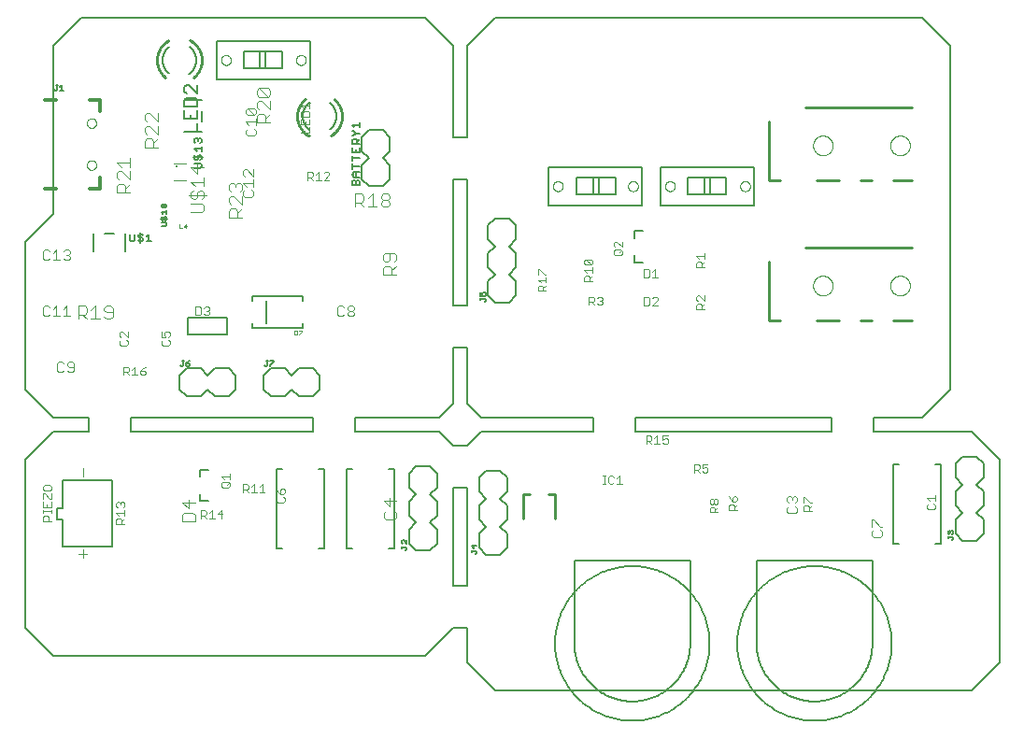
<source format=gto>
G75*
%MOIN*%
%OFA0B0*%
%FSLAX25Y25*%
%IPPOS*%
%LPD*%
%AMOC8*
5,1,8,0,0,1.08239X$1,22.5*
%
%ADD10C,0.00600*%
%ADD11C,0.00800*%
%ADD12C,0.00300*%
%ADD13C,0.00400*%
%ADD14C,0.00500*%
%ADD15C,0.01000*%
%ADD16C,0.00000*%
%ADD17C,0.00100*%
%ADD18C,0.01200*%
%ADD19C,0.00787*%
D10*
X0018800Y0024459D02*
X0008800Y0034459D01*
X0008800Y0094459D01*
X0018800Y0104459D01*
X0031300Y0104459D01*
X0031300Y0109459D01*
X0018800Y0109459D01*
X0008800Y0119459D01*
X0008800Y0171959D01*
X0018800Y0181959D01*
X0018800Y0241959D01*
X0028800Y0251959D01*
X0151300Y0251959D01*
X0161300Y0241959D01*
X0161300Y0209459D01*
X0166300Y0209459D01*
X0166300Y0241959D01*
X0176300Y0251959D01*
X0328800Y0251959D01*
X0338800Y0241959D01*
X0338800Y0119459D01*
X0328800Y0109459D01*
X0311300Y0109459D01*
X0311300Y0104459D01*
X0346300Y0104459D01*
X0356300Y0094459D01*
X0356300Y0021959D01*
X0346300Y0011959D01*
X0176300Y0011959D01*
X0166300Y0021959D01*
X0166300Y0034459D01*
X0161300Y0034459D01*
X0151300Y0024459D01*
X0018800Y0024459D01*
X0046300Y0104459D02*
X0111300Y0104459D01*
X0111300Y0109459D01*
X0046300Y0109459D01*
X0046300Y0104459D01*
X0126300Y0104459D02*
X0156300Y0104459D01*
X0161300Y0099459D01*
X0166300Y0099459D01*
X0171300Y0104459D01*
X0211300Y0104459D01*
X0211300Y0109459D01*
X0171300Y0109459D01*
X0166300Y0114459D01*
X0166300Y0134459D01*
X0161300Y0134459D01*
X0161300Y0114459D01*
X0156300Y0109459D01*
X0126300Y0109459D01*
X0126300Y0104459D01*
X0161300Y0084459D02*
X0161300Y0049459D01*
X0166300Y0049459D01*
X0166300Y0084459D01*
X0161300Y0084459D01*
X0226300Y0104459D02*
X0296300Y0104459D01*
X0296300Y0109459D01*
X0226300Y0109459D01*
X0226300Y0104459D01*
X0166300Y0149459D02*
X0161300Y0149459D01*
X0161300Y0194459D01*
X0166300Y0194459D01*
X0166300Y0149459D01*
X0128000Y0192259D02*
X0128000Y0193560D01*
X0127566Y0193993D01*
X0127133Y0193993D01*
X0126699Y0193560D01*
X0126699Y0192259D01*
X0126699Y0193560D02*
X0126265Y0193993D01*
X0125831Y0193993D01*
X0125398Y0193560D01*
X0125398Y0192259D01*
X0128000Y0192259D01*
X0128000Y0195205D02*
X0126265Y0195205D01*
X0125398Y0196073D01*
X0126265Y0196940D01*
X0128000Y0196940D01*
X0126699Y0196940D02*
X0126699Y0195205D01*
X0125398Y0198152D02*
X0125398Y0199887D01*
X0125398Y0199019D02*
X0128000Y0199019D01*
X0128000Y0201966D02*
X0125398Y0201966D01*
X0125398Y0202833D02*
X0125398Y0201098D01*
X0125398Y0204045D02*
X0128000Y0204045D01*
X0128000Y0205780D01*
X0128000Y0206991D02*
X0125398Y0206991D01*
X0125398Y0208292D01*
X0125831Y0208726D01*
X0126699Y0208726D01*
X0127133Y0208292D01*
X0127133Y0206991D01*
X0127133Y0207859D02*
X0128000Y0208726D01*
X0128000Y0210805D02*
X0126699Y0210805D01*
X0125831Y0211673D01*
X0125398Y0211673D01*
X0126265Y0212884D02*
X0125398Y0213752D01*
X0128000Y0213752D01*
X0128000Y0214619D02*
X0128000Y0212884D01*
X0126699Y0210805D02*
X0125831Y0209938D01*
X0125398Y0209938D01*
X0125398Y0205780D02*
X0125398Y0204045D01*
X0126699Y0204045D02*
X0126699Y0204912D01*
X0107800Y0216959D02*
X0107802Y0217113D01*
X0107808Y0217267D01*
X0107818Y0217421D01*
X0107832Y0217575D01*
X0107849Y0217728D01*
X0107871Y0217880D01*
X0107897Y0218032D01*
X0107926Y0218184D01*
X0107960Y0218334D01*
X0107997Y0218484D01*
X0108038Y0218632D01*
X0108083Y0218780D01*
X0108132Y0218926D01*
X0108184Y0219071D01*
X0108240Y0219214D01*
X0108300Y0219357D01*
X0108363Y0219497D01*
X0108430Y0219636D01*
X0108501Y0219773D01*
X0108575Y0219908D01*
X0108652Y0220041D01*
X0108733Y0220173D01*
X0108817Y0220302D01*
X0108905Y0220429D01*
X0108996Y0220553D01*
X0109089Y0220675D01*
X0109187Y0220795D01*
X0109287Y0220912D01*
X0109390Y0221027D01*
X0109496Y0221139D01*
X0109604Y0221248D01*
X0109716Y0221354D01*
X0109830Y0221458D01*
X0109947Y0221558D01*
X0110066Y0221656D01*
X0110188Y0221750D01*
X0110313Y0221841D01*
X0119800Y0216959D02*
X0119798Y0216807D01*
X0119792Y0216656D01*
X0119783Y0216505D01*
X0119769Y0216353D01*
X0119752Y0216203D01*
X0119731Y0216053D01*
X0119706Y0215903D01*
X0119678Y0215754D01*
X0119645Y0215606D01*
X0119609Y0215459D01*
X0119570Y0215312D01*
X0119526Y0215167D01*
X0119479Y0215023D01*
X0119428Y0214880D01*
X0119374Y0214739D01*
X0119316Y0214598D01*
X0119255Y0214460D01*
X0119190Y0214323D01*
X0119121Y0214187D01*
X0119050Y0214054D01*
X0118975Y0213922D01*
X0118896Y0213792D01*
X0118815Y0213665D01*
X0118730Y0213539D01*
X0118642Y0213415D01*
X0118551Y0213294D01*
X0118457Y0213175D01*
X0118359Y0213059D01*
X0118259Y0212945D01*
X0118157Y0212833D01*
X0118051Y0212725D01*
X0117943Y0212619D01*
X0117832Y0212515D01*
X0117718Y0212415D01*
X0117602Y0212317D01*
X0117483Y0212223D01*
X0119800Y0216959D02*
X0119798Y0217111D01*
X0119792Y0217262D01*
X0119783Y0217413D01*
X0119769Y0217565D01*
X0119752Y0217715D01*
X0119731Y0217865D01*
X0119706Y0218015D01*
X0119678Y0218164D01*
X0119645Y0218312D01*
X0119609Y0218459D01*
X0119570Y0218606D01*
X0119526Y0218751D01*
X0119479Y0218895D01*
X0119428Y0219038D01*
X0119374Y0219179D01*
X0119316Y0219320D01*
X0119255Y0219458D01*
X0119190Y0219595D01*
X0119121Y0219731D01*
X0119050Y0219864D01*
X0118975Y0219996D01*
X0118896Y0220126D01*
X0118815Y0220253D01*
X0118730Y0220379D01*
X0118642Y0220503D01*
X0118551Y0220624D01*
X0118457Y0220743D01*
X0118359Y0220859D01*
X0118259Y0220973D01*
X0118157Y0221085D01*
X0118051Y0221193D01*
X0117943Y0221299D01*
X0117832Y0221403D01*
X0117718Y0221503D01*
X0117602Y0221601D01*
X0117483Y0221695D01*
X0107800Y0216959D02*
X0107802Y0216809D01*
X0107808Y0216658D01*
X0107817Y0216508D01*
X0107830Y0216359D01*
X0107847Y0216209D01*
X0107868Y0216060D01*
X0107892Y0215912D01*
X0107920Y0215764D01*
X0107952Y0215617D01*
X0107987Y0215471D01*
X0108027Y0215326D01*
X0108069Y0215182D01*
X0108116Y0215039D01*
X0108166Y0214897D01*
X0108219Y0214756D01*
X0108276Y0214617D01*
X0108336Y0214479D01*
X0108400Y0214343D01*
X0108467Y0214209D01*
X0108538Y0214076D01*
X0108612Y0213945D01*
X0108689Y0213816D01*
X0108770Y0213689D01*
X0108853Y0213564D01*
X0108940Y0213441D01*
X0109029Y0213320D01*
X0109122Y0213202D01*
X0109218Y0213086D01*
X0109316Y0212972D01*
X0109417Y0212861D01*
X0109522Y0212752D01*
X0109628Y0212647D01*
X0109738Y0212543D01*
X0109850Y0212443D01*
X0109964Y0212345D01*
X0110081Y0212251D01*
X0110200Y0212159D01*
X0071700Y0208613D02*
X0071700Y0207746D01*
X0071266Y0207312D01*
X0070399Y0208180D02*
X0070399Y0208613D01*
X0070833Y0209047D01*
X0071266Y0209047D01*
X0071700Y0208613D01*
X0070399Y0208613D02*
X0069965Y0209047D01*
X0069531Y0209047D01*
X0069098Y0208613D01*
X0069098Y0207746D01*
X0069531Y0207312D01*
X0069098Y0205233D02*
X0071700Y0205233D01*
X0071700Y0204366D02*
X0071700Y0206100D01*
X0069965Y0204366D02*
X0069098Y0205233D01*
X0069531Y0203154D02*
X0069098Y0202720D01*
X0069098Y0201853D01*
X0069531Y0201419D01*
X0069965Y0201419D01*
X0070399Y0201853D01*
X0070399Y0202720D01*
X0070833Y0203154D01*
X0071266Y0203154D01*
X0071700Y0202720D01*
X0071700Y0201853D01*
X0071266Y0201419D01*
X0071266Y0200207D02*
X0069098Y0200207D01*
X0069098Y0198473D02*
X0071266Y0198473D01*
X0071700Y0198906D01*
X0071700Y0199774D01*
X0071266Y0200207D01*
X0072134Y0202287D02*
X0068664Y0202287D01*
X0052860Y0174861D02*
X0052860Y0172259D01*
X0051993Y0172259D02*
X0053728Y0172259D01*
X0051993Y0173993D02*
X0052860Y0174861D01*
X0050781Y0174427D02*
X0050348Y0174861D01*
X0049480Y0174861D01*
X0049047Y0174427D01*
X0049047Y0173993D01*
X0049480Y0173560D01*
X0050348Y0173560D01*
X0050781Y0173126D01*
X0050781Y0172692D01*
X0050348Y0172259D01*
X0049480Y0172259D01*
X0049047Y0172692D01*
X0047835Y0172692D02*
X0047835Y0174861D01*
X0046100Y0174861D02*
X0046100Y0172692D01*
X0046534Y0172259D01*
X0047401Y0172259D01*
X0047835Y0172692D01*
X0049914Y0171825D02*
X0049914Y0175295D01*
X0057800Y0236959D02*
X0057802Y0237111D01*
X0057808Y0237262D01*
X0057817Y0237413D01*
X0057831Y0237565D01*
X0057848Y0237715D01*
X0057869Y0237865D01*
X0057894Y0238015D01*
X0057922Y0238164D01*
X0057955Y0238312D01*
X0057991Y0238459D01*
X0058030Y0238606D01*
X0058074Y0238751D01*
X0058121Y0238895D01*
X0058172Y0239038D01*
X0058226Y0239179D01*
X0058284Y0239320D01*
X0058345Y0239458D01*
X0058410Y0239595D01*
X0058479Y0239731D01*
X0058550Y0239864D01*
X0058625Y0239996D01*
X0058704Y0240126D01*
X0058785Y0240253D01*
X0058870Y0240379D01*
X0058958Y0240503D01*
X0059049Y0240624D01*
X0059143Y0240743D01*
X0059241Y0240859D01*
X0059341Y0240973D01*
X0059443Y0241085D01*
X0059549Y0241193D01*
X0059657Y0241299D01*
X0059768Y0241403D01*
X0059882Y0241503D01*
X0059998Y0241601D01*
X0060117Y0241695D01*
X0069800Y0236959D02*
X0069798Y0236805D01*
X0069792Y0236651D01*
X0069782Y0236497D01*
X0069768Y0236343D01*
X0069751Y0236190D01*
X0069729Y0236038D01*
X0069703Y0235886D01*
X0069674Y0235734D01*
X0069640Y0235584D01*
X0069603Y0235434D01*
X0069562Y0235286D01*
X0069517Y0235138D01*
X0069468Y0234992D01*
X0069416Y0234847D01*
X0069360Y0234704D01*
X0069300Y0234561D01*
X0069237Y0234421D01*
X0069170Y0234282D01*
X0069099Y0234145D01*
X0069025Y0234010D01*
X0068948Y0233877D01*
X0068867Y0233745D01*
X0068783Y0233616D01*
X0068695Y0233489D01*
X0068604Y0233365D01*
X0068511Y0233243D01*
X0068413Y0233123D01*
X0068313Y0233006D01*
X0068210Y0232891D01*
X0068104Y0232779D01*
X0067996Y0232670D01*
X0067884Y0232564D01*
X0067770Y0232460D01*
X0067653Y0232360D01*
X0067534Y0232262D01*
X0067412Y0232168D01*
X0067287Y0232077D01*
X0069800Y0236959D02*
X0069798Y0237109D01*
X0069792Y0237260D01*
X0069783Y0237410D01*
X0069770Y0237559D01*
X0069753Y0237709D01*
X0069732Y0237858D01*
X0069708Y0238006D01*
X0069680Y0238154D01*
X0069648Y0238301D01*
X0069613Y0238447D01*
X0069573Y0238592D01*
X0069531Y0238736D01*
X0069484Y0238879D01*
X0069434Y0239021D01*
X0069381Y0239162D01*
X0069324Y0239301D01*
X0069264Y0239439D01*
X0069200Y0239575D01*
X0069133Y0239709D01*
X0069062Y0239842D01*
X0068988Y0239973D01*
X0068911Y0240102D01*
X0068830Y0240229D01*
X0068747Y0240354D01*
X0068660Y0240477D01*
X0068571Y0240598D01*
X0068478Y0240716D01*
X0068382Y0240832D01*
X0068284Y0240946D01*
X0068183Y0241057D01*
X0068078Y0241166D01*
X0067972Y0241271D01*
X0067862Y0241375D01*
X0067750Y0241475D01*
X0067636Y0241573D01*
X0067519Y0241667D01*
X0067400Y0241759D01*
X0057800Y0236959D02*
X0057802Y0236807D01*
X0057808Y0236656D01*
X0057817Y0236505D01*
X0057831Y0236353D01*
X0057848Y0236203D01*
X0057869Y0236053D01*
X0057894Y0235903D01*
X0057922Y0235754D01*
X0057955Y0235606D01*
X0057991Y0235459D01*
X0058030Y0235312D01*
X0058074Y0235167D01*
X0058121Y0235023D01*
X0058172Y0234880D01*
X0058226Y0234739D01*
X0058284Y0234598D01*
X0058345Y0234460D01*
X0058410Y0234323D01*
X0058479Y0234187D01*
X0058550Y0234054D01*
X0058625Y0233922D01*
X0058704Y0233792D01*
X0058785Y0233665D01*
X0058870Y0233539D01*
X0058958Y0233415D01*
X0059049Y0233294D01*
X0059143Y0233175D01*
X0059241Y0233059D01*
X0059341Y0232945D01*
X0059443Y0232833D01*
X0059549Y0232725D01*
X0059657Y0232619D01*
X0059768Y0232515D01*
X0059882Y0232415D01*
X0059998Y0232317D01*
X0060117Y0232223D01*
D11*
X0065650Y0222667D02*
X0071950Y0222667D01*
X0071950Y0218730D02*
X0071950Y0215187D01*
X0071950Y0211250D02*
X0065650Y0211250D01*
X0044509Y0175108D02*
X0044509Y0168809D01*
X0040572Y0175108D02*
X0037028Y0175108D01*
X0033091Y0175108D02*
X0033091Y0168809D01*
X0089745Y0152667D02*
X0089745Y0150896D01*
X0089745Y0152667D02*
X0107855Y0152667D01*
X0107855Y0150896D01*
X0107855Y0143022D02*
X0107855Y0141250D01*
X0089745Y0141250D01*
X0089745Y0143022D01*
X0094863Y0143022D02*
X0094863Y0150896D01*
X0096300Y0126959D02*
X0093800Y0124459D01*
X0093800Y0119459D01*
X0096300Y0116959D01*
X0101300Y0116959D01*
X0103800Y0119459D01*
X0106300Y0116959D01*
X0111300Y0116959D01*
X0113800Y0119459D01*
X0113800Y0124459D01*
X0111300Y0126959D01*
X0106300Y0126959D01*
X0103800Y0124459D01*
X0101300Y0126959D01*
X0096300Y0126959D01*
X0083800Y0124459D02*
X0083800Y0119459D01*
X0081300Y0116959D01*
X0076300Y0116959D01*
X0073800Y0119459D01*
X0071300Y0116959D01*
X0066300Y0116959D01*
X0063800Y0119459D01*
X0063800Y0124459D01*
X0066300Y0126959D01*
X0071300Y0126959D01*
X0073800Y0124459D01*
X0076300Y0126959D01*
X0081300Y0126959D01*
X0083800Y0124459D01*
X0074194Y0090620D02*
X0071044Y0090620D01*
X0071044Y0088258D01*
X0071044Y0081959D02*
X0071044Y0079596D01*
X0074194Y0079596D01*
X0098308Y0091100D02*
X0098308Y0062856D01*
X0100591Y0062856D01*
X0113308Y0062856D02*
X0115591Y0062856D01*
X0115591Y0091100D01*
X0113308Y0091100D01*
X0123308Y0091061D02*
X0125591Y0091061D01*
X0123308Y0091061D02*
X0123308Y0062817D01*
X0125591Y0062817D01*
X0138308Y0062817D02*
X0140591Y0062817D01*
X0140591Y0091061D01*
X0138308Y0091061D01*
X0145650Y0089459D02*
X0148150Y0091959D01*
X0153150Y0091959D01*
X0155650Y0089459D01*
X0155650Y0084459D01*
X0153150Y0081959D01*
X0155650Y0079459D01*
X0155650Y0074459D01*
X0153150Y0071959D01*
X0155650Y0069459D01*
X0155650Y0064459D01*
X0153150Y0061959D01*
X0148150Y0061959D01*
X0145650Y0064459D01*
X0145650Y0069459D01*
X0148150Y0071959D01*
X0145650Y0074459D01*
X0145650Y0079459D01*
X0148150Y0081959D01*
X0145650Y0084459D01*
X0145650Y0089459D01*
X0170650Y0087884D02*
X0170650Y0082884D01*
X0173150Y0080384D01*
X0170650Y0077884D01*
X0170650Y0072884D01*
X0173150Y0070384D01*
X0170650Y0067884D01*
X0170650Y0062884D01*
X0173150Y0060384D01*
X0178150Y0060384D01*
X0180650Y0062884D01*
X0180650Y0067884D01*
X0178150Y0070384D01*
X0180650Y0072884D01*
X0180650Y0077884D01*
X0178150Y0080384D01*
X0180650Y0082884D01*
X0180650Y0087884D01*
X0178150Y0090384D01*
X0173150Y0090384D01*
X0170650Y0087884D01*
X0100591Y0091100D02*
X0098308Y0091100D01*
X0173800Y0152884D02*
X0176300Y0150384D01*
X0181300Y0150384D01*
X0183800Y0152884D01*
X0183800Y0157884D01*
X0181300Y0160384D01*
X0183800Y0162884D01*
X0183800Y0167884D01*
X0181300Y0170384D01*
X0183800Y0172884D01*
X0183800Y0177884D01*
X0181300Y0180384D01*
X0176300Y0180384D01*
X0173800Y0177884D01*
X0173800Y0172884D01*
X0176300Y0170384D01*
X0173800Y0167884D01*
X0173800Y0162884D01*
X0176300Y0160384D01*
X0173800Y0157884D01*
X0173800Y0152884D01*
X0226044Y0164872D02*
X0229194Y0164872D01*
X0226044Y0164872D02*
X0226044Y0167234D01*
X0226044Y0173533D02*
X0226044Y0175896D01*
X0229194Y0175896D01*
X0138800Y0194459D02*
X0136300Y0191959D01*
X0131300Y0191959D01*
X0128800Y0194459D01*
X0128800Y0199459D01*
X0131300Y0201959D01*
X0128800Y0204459D01*
X0128800Y0209459D01*
X0131300Y0211959D01*
X0136300Y0211959D01*
X0138800Y0209459D01*
X0138800Y0204459D01*
X0136300Y0201959D01*
X0138800Y0199459D01*
X0138800Y0194459D01*
X0318308Y0092636D02*
X0320591Y0092636D01*
X0318308Y0092636D02*
X0318308Y0064392D01*
X0320591Y0064392D01*
X0333308Y0064392D02*
X0335591Y0064392D01*
X0335591Y0092636D01*
X0333308Y0092636D01*
X0340650Y0092884D02*
X0340650Y0087884D01*
X0343150Y0085384D01*
X0340650Y0082884D01*
X0340650Y0077884D01*
X0343150Y0075384D01*
X0340650Y0072884D01*
X0340650Y0067884D01*
X0343150Y0065384D01*
X0348150Y0065384D01*
X0350650Y0067884D01*
X0350650Y0072884D01*
X0348150Y0075384D01*
X0350650Y0077884D01*
X0350650Y0082884D01*
X0348150Y0085384D01*
X0350650Y0087884D01*
X0350650Y0092884D01*
X0348150Y0095384D01*
X0343150Y0095384D01*
X0340650Y0092884D01*
D12*
X0333444Y0081609D02*
X0333444Y0079674D01*
X0333444Y0080641D02*
X0330542Y0080641D01*
X0331510Y0079674D01*
X0331026Y0078662D02*
X0330542Y0078179D01*
X0330542Y0077211D01*
X0331026Y0076727D01*
X0332961Y0076727D01*
X0333444Y0077211D01*
X0333444Y0078179D01*
X0332961Y0078662D01*
X0314520Y0070512D02*
X0313903Y0070512D01*
X0311434Y0072981D01*
X0310817Y0072981D01*
X0310817Y0070512D01*
X0311434Y0069298D02*
X0310817Y0068681D01*
X0310817Y0067446D01*
X0311434Y0066829D01*
X0313903Y0066829D01*
X0314520Y0067446D01*
X0314520Y0068681D01*
X0313903Y0069298D01*
X0289300Y0076183D02*
X0286397Y0076183D01*
X0286397Y0077635D01*
X0286881Y0078118D01*
X0287848Y0078118D01*
X0288332Y0077635D01*
X0288332Y0076183D01*
X0288332Y0077151D02*
X0289300Y0078118D01*
X0289300Y0079130D02*
X0288816Y0079130D01*
X0286881Y0081065D01*
X0286397Y0081065D01*
X0286397Y0079130D01*
X0284244Y0079555D02*
X0283627Y0078937D01*
X0284244Y0079555D02*
X0284244Y0080789D01*
X0283627Y0081406D01*
X0283010Y0081406D01*
X0282393Y0080789D01*
X0282393Y0080172D01*
X0282393Y0080789D02*
X0281776Y0081406D01*
X0281159Y0081406D01*
X0280541Y0080789D01*
X0280541Y0079555D01*
X0281159Y0078937D01*
X0281159Y0077723D02*
X0280541Y0077106D01*
X0280541Y0075871D01*
X0281159Y0075254D01*
X0283627Y0075254D01*
X0284244Y0075871D01*
X0284244Y0077106D01*
X0283627Y0077723D01*
X0262725Y0078394D02*
X0261757Y0077427D01*
X0261757Y0077910D02*
X0261757Y0076459D01*
X0262725Y0076459D02*
X0259822Y0076459D01*
X0259822Y0077910D01*
X0260306Y0078394D01*
X0261274Y0078394D01*
X0261757Y0077910D01*
X0261274Y0079406D02*
X0261274Y0080857D01*
X0261757Y0081341D01*
X0262241Y0081341D01*
X0262725Y0080857D01*
X0262725Y0079889D01*
X0262241Y0079406D01*
X0261274Y0079406D01*
X0260306Y0080373D01*
X0259822Y0081341D01*
X0255925Y0079964D02*
X0255925Y0078996D01*
X0255441Y0078513D01*
X0254957Y0078513D01*
X0254474Y0078996D01*
X0254474Y0079964D01*
X0254957Y0080448D01*
X0255441Y0080448D01*
X0255925Y0079964D01*
X0254474Y0079964D02*
X0253990Y0080448D01*
X0253506Y0080448D01*
X0253022Y0079964D01*
X0253022Y0078996D01*
X0253506Y0078513D01*
X0253990Y0078513D01*
X0254474Y0078996D01*
X0254474Y0077501D02*
X0254957Y0077017D01*
X0254957Y0075566D01*
X0254957Y0076534D02*
X0255925Y0077501D01*
X0254474Y0077501D02*
X0253506Y0077501D01*
X0253022Y0077017D01*
X0253022Y0075566D01*
X0255925Y0075566D01*
X0251805Y0089834D02*
X0250838Y0089834D01*
X0250354Y0090318D01*
X0250354Y0091285D02*
X0251321Y0091769D01*
X0251805Y0091769D01*
X0252289Y0091285D01*
X0252289Y0090318D01*
X0251805Y0089834D01*
X0250354Y0091285D02*
X0250354Y0092736D01*
X0252289Y0092736D01*
X0249342Y0092253D02*
X0249342Y0091285D01*
X0248859Y0090801D01*
X0247407Y0090801D01*
X0247407Y0089834D02*
X0247407Y0092736D01*
X0248859Y0092736D01*
X0249342Y0092253D01*
X0248375Y0090801D02*
X0249342Y0089834D01*
X0238128Y0100518D02*
X0237645Y0100034D01*
X0236677Y0100034D01*
X0236193Y0100518D01*
X0236193Y0101485D02*
X0237161Y0101969D01*
X0237645Y0101969D01*
X0238128Y0101485D01*
X0238128Y0100518D01*
X0236193Y0101485D02*
X0236193Y0102936D01*
X0238128Y0102936D01*
X0234214Y0102936D02*
X0234214Y0100034D01*
X0233247Y0100034D02*
X0235182Y0100034D01*
X0233247Y0101969D02*
X0234214Y0102936D01*
X0232235Y0102453D02*
X0232235Y0101485D01*
X0231752Y0101001D01*
X0230300Y0101001D01*
X0230300Y0100034D02*
X0230300Y0102936D01*
X0231752Y0102936D01*
X0232235Y0102453D01*
X0231268Y0101001D02*
X0232235Y0100034D01*
X0220754Y0088661D02*
X0220754Y0085758D01*
X0221721Y0085758D02*
X0219786Y0085758D01*
X0218775Y0086242D02*
X0218291Y0085758D01*
X0217323Y0085758D01*
X0216840Y0086242D01*
X0216840Y0088177D01*
X0217323Y0088661D01*
X0218291Y0088661D01*
X0218775Y0088177D01*
X0219786Y0087693D02*
X0220754Y0088661D01*
X0215843Y0088661D02*
X0214875Y0088661D01*
X0215359Y0088661D02*
X0215359Y0085758D01*
X0214875Y0085758D02*
X0215843Y0085758D01*
X0214273Y0149609D02*
X0213305Y0149609D01*
X0212822Y0150092D01*
X0211810Y0149609D02*
X0210843Y0150576D01*
X0211326Y0150576D02*
X0209875Y0150576D01*
X0209875Y0149609D02*
X0209875Y0152511D01*
X0211326Y0152511D01*
X0211810Y0152027D01*
X0211810Y0151060D01*
X0211326Y0150576D01*
X0212822Y0152027D02*
X0213305Y0152511D01*
X0214273Y0152511D01*
X0214757Y0152027D01*
X0214757Y0151544D01*
X0214273Y0151060D01*
X0214757Y0150576D01*
X0214757Y0150092D01*
X0214273Y0149609D01*
X0214273Y0151060D02*
X0213789Y0151060D01*
X0211150Y0158034D02*
X0208248Y0158034D01*
X0208248Y0159485D01*
X0208731Y0159969D01*
X0209699Y0159969D01*
X0210183Y0159485D01*
X0210183Y0158034D01*
X0210183Y0159001D02*
X0211150Y0159969D01*
X0211150Y0160980D02*
X0211150Y0162915D01*
X0211150Y0161948D02*
X0208248Y0161948D01*
X0209215Y0160980D01*
X0208731Y0163927D02*
X0208248Y0164411D01*
X0208248Y0165378D01*
X0208731Y0165862D01*
X0210666Y0163927D01*
X0211150Y0164411D01*
X0211150Y0165378D01*
X0210666Y0165862D01*
X0208731Y0165862D01*
X0208731Y0163927D02*
X0210666Y0163927D01*
X0218748Y0167768D02*
X0218748Y0168735D01*
X0219231Y0169219D01*
X0221166Y0169219D01*
X0221650Y0168735D01*
X0221650Y0167768D01*
X0221166Y0167284D01*
X0219231Y0167284D01*
X0218748Y0167768D01*
X0220683Y0168251D02*
X0221650Y0169219D01*
X0221650Y0170230D02*
X0219715Y0172165D01*
X0219231Y0172165D01*
X0218748Y0171682D01*
X0218748Y0170714D01*
X0219231Y0170230D01*
X0221650Y0170230D02*
X0221650Y0172165D01*
X0229619Y0162373D02*
X0231071Y0162373D01*
X0231554Y0161890D01*
X0231554Y0159955D01*
X0231071Y0159471D01*
X0229619Y0159471D01*
X0229619Y0162373D01*
X0232566Y0161406D02*
X0233533Y0162373D01*
X0233533Y0159471D01*
X0232566Y0159471D02*
X0234501Y0159471D01*
X0234017Y0152373D02*
X0233050Y0152373D01*
X0232566Y0151890D01*
X0231554Y0151890D02*
X0231071Y0152373D01*
X0229619Y0152373D01*
X0229619Y0149471D01*
X0231071Y0149471D01*
X0231554Y0149955D01*
X0231554Y0151890D01*
X0234017Y0152373D02*
X0234501Y0151890D01*
X0234501Y0151406D01*
X0232566Y0149471D01*
X0234501Y0149471D01*
X0248248Y0149485D02*
X0248731Y0149969D01*
X0249699Y0149969D01*
X0250183Y0149485D01*
X0250183Y0148034D01*
X0251150Y0148034D02*
X0248248Y0148034D01*
X0248248Y0149485D01*
X0248731Y0150980D02*
X0248248Y0151464D01*
X0248248Y0152432D01*
X0248731Y0152915D01*
X0249215Y0152915D01*
X0251150Y0150980D01*
X0251150Y0152915D01*
X0251150Y0149969D02*
X0250183Y0149001D01*
X0250183Y0163034D02*
X0250183Y0164485D01*
X0249699Y0164969D01*
X0248731Y0164969D01*
X0248248Y0164485D01*
X0248248Y0163034D01*
X0251150Y0163034D01*
X0250183Y0164001D02*
X0251150Y0164969D01*
X0251150Y0165980D02*
X0251150Y0167915D01*
X0251150Y0166948D02*
X0248248Y0166948D01*
X0249215Y0165980D01*
X0194575Y0160502D02*
X0194091Y0160502D01*
X0192156Y0162437D01*
X0191673Y0162437D01*
X0191673Y0160502D01*
X0191673Y0158523D02*
X0194575Y0158523D01*
X0194575Y0159490D02*
X0194575Y0157555D01*
X0194575Y0156544D02*
X0193608Y0155576D01*
X0193608Y0156060D02*
X0193608Y0154609D01*
X0194575Y0154609D02*
X0191673Y0154609D01*
X0191673Y0156060D01*
X0192156Y0156544D01*
X0193124Y0156544D01*
X0193608Y0156060D01*
X0192640Y0157555D02*
X0191673Y0158523D01*
X0126165Y0148640D02*
X0126165Y0148022D01*
X0125548Y0147405D01*
X0124313Y0147405D01*
X0123696Y0148022D01*
X0123696Y0148640D01*
X0124313Y0149257D01*
X0125548Y0149257D01*
X0126165Y0148640D01*
X0125548Y0147405D02*
X0126165Y0146788D01*
X0126165Y0146171D01*
X0125548Y0145554D01*
X0124313Y0145554D01*
X0123696Y0146171D01*
X0123696Y0146788D01*
X0124313Y0147405D01*
X0122482Y0146171D02*
X0121865Y0145554D01*
X0120630Y0145554D01*
X0120013Y0146171D01*
X0120013Y0148640D01*
X0120630Y0149257D01*
X0121865Y0149257D01*
X0122482Y0148640D01*
X0074501Y0148464D02*
X0074501Y0147981D01*
X0074017Y0147497D01*
X0074501Y0147013D01*
X0074501Y0146529D01*
X0074017Y0146046D01*
X0073050Y0146046D01*
X0072566Y0146529D01*
X0071554Y0146529D02*
X0071554Y0148464D01*
X0071071Y0148948D01*
X0069619Y0148948D01*
X0069619Y0146046D01*
X0071071Y0146046D01*
X0071554Y0146529D01*
X0072566Y0148464D02*
X0073050Y0148948D01*
X0074017Y0148948D01*
X0074501Y0148464D01*
X0074017Y0147497D02*
X0073533Y0147497D01*
X0060295Y0139550D02*
X0060295Y0138583D01*
X0059811Y0138099D01*
X0058844Y0138099D02*
X0058360Y0139067D01*
X0058360Y0139550D01*
X0058844Y0140034D01*
X0059811Y0140034D01*
X0060295Y0139550D01*
X0058844Y0138099D02*
X0057392Y0138099D01*
X0057392Y0140034D01*
X0057876Y0137088D02*
X0057392Y0136604D01*
X0057392Y0135636D01*
X0057876Y0135153D01*
X0059811Y0135153D01*
X0060295Y0135636D01*
X0060295Y0136604D01*
X0059811Y0137088D01*
X0051778Y0127511D02*
X0050811Y0127027D01*
X0049843Y0126060D01*
X0051294Y0126060D01*
X0051778Y0125576D01*
X0051778Y0125092D01*
X0051294Y0124609D01*
X0050327Y0124609D01*
X0049843Y0125092D01*
X0049843Y0126060D01*
X0048831Y0124609D02*
X0046897Y0124609D01*
X0047864Y0124609D02*
X0047864Y0127511D01*
X0046897Y0126544D01*
X0045885Y0127027D02*
X0045885Y0126060D01*
X0045401Y0125576D01*
X0043950Y0125576D01*
X0043950Y0124609D02*
X0043950Y0127511D01*
X0045401Y0127511D01*
X0045885Y0127027D01*
X0044917Y0125576D02*
X0045885Y0124609D01*
X0044811Y0135153D02*
X0042876Y0135153D01*
X0042392Y0135636D01*
X0042392Y0136604D01*
X0042876Y0137088D01*
X0042876Y0138099D02*
X0042392Y0138583D01*
X0042392Y0139550D01*
X0042876Y0140034D01*
X0043360Y0140034D01*
X0045295Y0138099D01*
X0045295Y0140034D01*
X0044811Y0137088D02*
X0045295Y0136604D01*
X0045295Y0135636D01*
X0044811Y0135153D01*
X0026165Y0128640D02*
X0026165Y0126171D01*
X0025548Y0125554D01*
X0024313Y0125554D01*
X0023696Y0126171D01*
X0022482Y0126171D02*
X0021865Y0125554D01*
X0020630Y0125554D01*
X0020013Y0126171D01*
X0020013Y0128640D01*
X0020630Y0129257D01*
X0021865Y0129257D01*
X0022482Y0128640D01*
X0023696Y0128640D02*
X0023696Y0128022D01*
X0024313Y0127405D01*
X0026165Y0127405D01*
X0026165Y0128640D02*
X0025548Y0129257D01*
X0024313Y0129257D01*
X0023696Y0128640D01*
X0023614Y0145554D02*
X0023614Y0149257D01*
X0022379Y0148022D01*
X0022379Y0145554D02*
X0024848Y0145554D01*
X0021165Y0145554D02*
X0018696Y0145554D01*
X0019931Y0145554D02*
X0019931Y0149257D01*
X0018696Y0148022D01*
X0017482Y0148640D02*
X0016865Y0149257D01*
X0015630Y0149257D01*
X0015013Y0148640D01*
X0015013Y0146171D01*
X0015630Y0145554D01*
X0016865Y0145554D01*
X0017482Y0146171D01*
X0016865Y0165554D02*
X0017482Y0166171D01*
X0016865Y0165554D02*
X0015630Y0165554D01*
X0015013Y0166171D01*
X0015013Y0168640D01*
X0015630Y0169257D01*
X0016865Y0169257D01*
X0017482Y0168640D01*
X0018696Y0168022D02*
X0019931Y0169257D01*
X0019931Y0165554D01*
X0021165Y0165554D02*
X0018696Y0165554D01*
X0022379Y0166171D02*
X0022996Y0165554D01*
X0024231Y0165554D01*
X0024848Y0166171D01*
X0024848Y0166788D01*
X0024231Y0167405D01*
X0023614Y0167405D01*
X0024231Y0167405D02*
X0024848Y0168022D01*
X0024848Y0168640D01*
X0024231Y0169257D01*
X0022996Y0169257D01*
X0022379Y0168640D01*
X0086502Y0188789D02*
X0087119Y0188172D01*
X0089588Y0188172D01*
X0090205Y0188789D01*
X0090205Y0190023D01*
X0089588Y0190640D01*
X0090205Y0191855D02*
X0090205Y0194324D01*
X0090205Y0195538D02*
X0087736Y0198007D01*
X0087119Y0198007D01*
X0086502Y0197390D01*
X0086502Y0196155D01*
X0087119Y0195538D01*
X0086502Y0193089D02*
X0090205Y0193089D01*
X0090205Y0195538D02*
X0090205Y0198007D01*
X0086502Y0193089D02*
X0087736Y0191855D01*
X0087119Y0190640D02*
X0086502Y0190023D01*
X0086502Y0188789D01*
X0109458Y0194164D02*
X0109458Y0197066D01*
X0110909Y0197066D01*
X0111393Y0196583D01*
X0111393Y0195615D01*
X0110909Y0195131D01*
X0109458Y0195131D01*
X0110425Y0195131D02*
X0111393Y0194164D01*
X0112404Y0194164D02*
X0114339Y0194164D01*
X0113372Y0194164D02*
X0113372Y0197066D01*
X0112404Y0196099D01*
X0115351Y0196583D02*
X0115835Y0197066D01*
X0116802Y0197066D01*
X0117286Y0196583D01*
X0117286Y0196099D01*
X0115351Y0194164D01*
X0117286Y0194164D01*
X0110181Y0210987D02*
X0110181Y0212922D01*
X0110181Y0213933D02*
X0110181Y0215868D01*
X0110181Y0216880D02*
X0110181Y0218331D01*
X0109698Y0218815D01*
X0107763Y0218815D01*
X0107279Y0218331D01*
X0107279Y0216880D01*
X0110181Y0216880D01*
X0108730Y0214901D02*
X0108730Y0213933D01*
X0107279Y0213933D02*
X0110181Y0213933D01*
X0107279Y0213933D02*
X0107279Y0215868D01*
X0108247Y0219826D02*
X0107279Y0220794D01*
X0110181Y0220794D01*
X0110181Y0221761D02*
X0110181Y0219826D01*
X0110181Y0210987D02*
X0107279Y0210987D01*
X0091095Y0210613D02*
X0091095Y0211848D01*
X0090478Y0212465D01*
X0091095Y0213679D02*
X0091095Y0216148D01*
X0091095Y0214914D02*
X0087392Y0214914D01*
X0088626Y0213679D01*
X0088009Y0212465D02*
X0087392Y0211848D01*
X0087392Y0210613D01*
X0088009Y0209996D01*
X0090478Y0209996D01*
X0091095Y0210613D01*
X0090478Y0217363D02*
X0088009Y0217363D01*
X0087392Y0217980D01*
X0087392Y0219214D01*
X0088009Y0219831D01*
X0090478Y0217363D01*
X0091095Y0217980D01*
X0091095Y0219214D01*
X0090478Y0219831D01*
X0088009Y0219831D01*
X0081650Y0089390D02*
X0081650Y0087455D01*
X0081650Y0088422D02*
X0078748Y0088422D01*
X0079715Y0087455D01*
X0079231Y0086443D02*
X0081166Y0086443D01*
X0081650Y0085959D01*
X0081650Y0084992D01*
X0081166Y0084508D01*
X0079231Y0084508D01*
X0078748Y0084992D01*
X0078748Y0085959D01*
X0079231Y0086443D01*
X0080683Y0085476D02*
X0081650Y0086443D01*
X0086450Y0085661D02*
X0086450Y0082758D01*
X0086450Y0083726D02*
X0087901Y0083726D01*
X0088385Y0084209D01*
X0088385Y0085177D01*
X0087901Y0085661D01*
X0086450Y0085661D01*
X0087417Y0083726D02*
X0088385Y0082758D01*
X0089397Y0082758D02*
X0091331Y0082758D01*
X0090364Y0082758D02*
X0090364Y0085661D01*
X0089397Y0084693D01*
X0092343Y0084693D02*
X0093311Y0085661D01*
X0093311Y0082758D01*
X0094278Y0082758D02*
X0092343Y0082758D01*
X0098452Y0084053D02*
X0098936Y0083086D01*
X0099903Y0082118D01*
X0099903Y0083569D01*
X0100387Y0084053D01*
X0100871Y0084053D01*
X0101355Y0083569D01*
X0101355Y0082602D01*
X0100871Y0082118D01*
X0099903Y0082118D01*
X0098936Y0081107D02*
X0098452Y0080623D01*
X0098452Y0079655D01*
X0098936Y0079172D01*
X0100871Y0079172D01*
X0101355Y0079655D01*
X0101355Y0080623D01*
X0100871Y0081107D01*
X0079278Y0074910D02*
X0077343Y0074910D01*
X0078794Y0076362D01*
X0078794Y0073459D01*
X0076331Y0073459D02*
X0074397Y0073459D01*
X0075364Y0073459D02*
X0075364Y0076362D01*
X0074397Y0075394D01*
X0073385Y0074910D02*
X0072901Y0074427D01*
X0071450Y0074427D01*
X0072417Y0074427D02*
X0073385Y0073459D01*
X0073385Y0074910D02*
X0073385Y0075878D01*
X0072901Y0076362D01*
X0071450Y0076362D01*
X0071450Y0073459D01*
X0044150Y0073394D02*
X0043183Y0072427D01*
X0043183Y0072910D02*
X0043183Y0071459D01*
X0044150Y0071459D02*
X0041248Y0071459D01*
X0041248Y0072910D01*
X0041731Y0073394D01*
X0042699Y0073394D01*
X0043183Y0072910D01*
X0044150Y0074406D02*
X0044150Y0076341D01*
X0044150Y0075373D02*
X0041248Y0075373D01*
X0042215Y0074406D01*
X0041731Y0077352D02*
X0041248Y0077836D01*
X0041248Y0078803D01*
X0041731Y0079287D01*
X0042215Y0079287D01*
X0042699Y0078803D01*
X0043183Y0079287D01*
X0043666Y0079287D01*
X0044150Y0078803D01*
X0044150Y0077836D01*
X0043666Y0077352D01*
X0042699Y0078320D02*
X0042699Y0078803D01*
X0018070Y0079377D02*
X0018070Y0077442D01*
X0015168Y0077442D01*
X0015168Y0079377D01*
X0015168Y0080389D02*
X0015168Y0082324D01*
X0015652Y0082324D01*
X0017587Y0080389D01*
X0018070Y0080389D01*
X0018070Y0082324D01*
X0017587Y0083335D02*
X0018070Y0083819D01*
X0018070Y0084787D01*
X0017587Y0085270D01*
X0015652Y0085270D01*
X0015168Y0084787D01*
X0015168Y0083819D01*
X0015652Y0083335D01*
X0017587Y0083335D01*
X0016619Y0078410D02*
X0016619Y0077442D01*
X0015168Y0076445D02*
X0015168Y0075478D01*
X0015168Y0075962D02*
X0018070Y0075962D01*
X0018070Y0076445D02*
X0018070Y0075478D01*
X0016619Y0074466D02*
X0017103Y0073983D01*
X0017103Y0072531D01*
X0018070Y0072531D02*
X0015168Y0072531D01*
X0015168Y0073983D01*
X0015652Y0074466D01*
X0016619Y0074466D01*
D13*
X0029298Y0062378D02*
X0029298Y0059308D01*
X0027763Y0060843D02*
X0030833Y0060843D01*
X0064783Y0072282D02*
X0064783Y0074583D01*
X0065551Y0075351D01*
X0068620Y0075351D01*
X0069387Y0074583D01*
X0069387Y0072282D01*
X0064783Y0072282D01*
X0067085Y0076885D02*
X0067085Y0079955D01*
X0069387Y0079187D02*
X0064783Y0079187D01*
X0067085Y0076885D01*
X0029298Y0088308D02*
X0029298Y0091378D01*
X0030757Y0144659D02*
X0029223Y0146193D01*
X0029990Y0146193D02*
X0027688Y0146193D01*
X0027688Y0144659D02*
X0027688Y0149263D01*
X0029990Y0149263D01*
X0030757Y0148495D01*
X0030757Y0146961D01*
X0029990Y0146193D01*
X0032292Y0144659D02*
X0035361Y0144659D01*
X0033827Y0144659D02*
X0033827Y0149263D01*
X0032292Y0147728D01*
X0036896Y0147728D02*
X0037663Y0146961D01*
X0039965Y0146961D01*
X0039965Y0148495D02*
X0039965Y0145426D01*
X0039198Y0144659D01*
X0037663Y0144659D01*
X0036896Y0145426D01*
X0036896Y0147728D02*
X0036896Y0148495D01*
X0037663Y0149263D01*
X0039198Y0149263D01*
X0039965Y0148495D01*
X0067933Y0182680D02*
X0071770Y0182680D01*
X0072537Y0183447D01*
X0072537Y0184982D01*
X0071770Y0185749D01*
X0067933Y0185749D01*
X0068700Y0187284D02*
X0067933Y0188051D01*
X0067933Y0189586D01*
X0068700Y0190353D01*
X0069468Y0191888D02*
X0067933Y0193422D01*
X0072537Y0193422D01*
X0072537Y0191888D02*
X0072537Y0194957D01*
X0070235Y0196492D02*
X0067933Y0198794D01*
X0072537Y0198794D01*
X0070235Y0199561D02*
X0070235Y0196492D01*
X0065965Y0194006D02*
X0061635Y0194006D01*
X0061635Y0199911D02*
X0065965Y0199911D01*
X0056100Y0205847D02*
X0051496Y0205847D01*
X0051496Y0208149D01*
X0052263Y0208916D01*
X0053798Y0208916D01*
X0054565Y0208149D01*
X0054565Y0205847D01*
X0054565Y0207381D02*
X0056100Y0208916D01*
X0056100Y0210451D02*
X0053031Y0213520D01*
X0052263Y0213520D01*
X0051496Y0212753D01*
X0051496Y0211218D01*
X0052263Y0210451D01*
X0056100Y0210451D02*
X0056100Y0213520D01*
X0056100Y0215055D02*
X0053031Y0218124D01*
X0052263Y0218124D01*
X0051496Y0217357D01*
X0051496Y0215822D01*
X0052263Y0215055D01*
X0056100Y0215055D02*
X0056100Y0218124D01*
X0046100Y0201936D02*
X0046100Y0198867D01*
X0046100Y0200401D02*
X0041496Y0200401D01*
X0043031Y0198867D01*
X0043031Y0197332D02*
X0042263Y0197332D01*
X0041496Y0196565D01*
X0041496Y0195030D01*
X0042263Y0194263D01*
X0042263Y0192728D02*
X0043798Y0192728D01*
X0044565Y0191961D01*
X0044565Y0189659D01*
X0044565Y0191193D02*
X0046100Y0192728D01*
X0046100Y0194263D02*
X0043031Y0197332D01*
X0046100Y0197332D02*
X0046100Y0194263D01*
X0042263Y0192728D02*
X0041496Y0191961D01*
X0041496Y0189659D01*
X0046100Y0189659D01*
X0067166Y0188818D02*
X0073304Y0188818D01*
X0072537Y0188051D02*
X0072537Y0189586D01*
X0071770Y0190353D01*
X0071002Y0190353D01*
X0070235Y0189586D01*
X0070235Y0188051D01*
X0069468Y0187284D01*
X0068700Y0187284D01*
X0071770Y0187284D02*
X0072537Y0188051D01*
X0081496Y0187753D02*
X0081496Y0186218D01*
X0082263Y0185451D01*
X0082263Y0183916D02*
X0083798Y0183916D01*
X0084565Y0183149D01*
X0084565Y0180847D01*
X0084565Y0182381D02*
X0086100Y0183916D01*
X0086100Y0185451D02*
X0083031Y0188520D01*
X0082263Y0188520D01*
X0081496Y0187753D01*
X0082263Y0190055D02*
X0081496Y0190822D01*
X0081496Y0192357D01*
X0082263Y0193124D01*
X0083031Y0193124D01*
X0083798Y0192357D01*
X0084565Y0193124D01*
X0085333Y0193124D01*
X0086100Y0192357D01*
X0086100Y0190822D01*
X0085333Y0190055D01*
X0086100Y0188520D02*
X0086100Y0185451D01*
X0082263Y0183916D02*
X0081496Y0183149D01*
X0081496Y0180847D01*
X0086100Y0180847D01*
X0083798Y0191589D02*
X0083798Y0192357D01*
X0091496Y0214659D02*
X0091496Y0216961D01*
X0092263Y0217728D01*
X0093798Y0217728D01*
X0094565Y0216961D01*
X0094565Y0214659D01*
X0094565Y0216193D02*
X0096100Y0217728D01*
X0096100Y0219263D02*
X0093031Y0222332D01*
X0092263Y0222332D01*
X0091496Y0221565D01*
X0091496Y0220030D01*
X0092263Y0219263D01*
X0096100Y0219263D02*
X0096100Y0222332D01*
X0095333Y0223867D02*
X0096100Y0224634D01*
X0096100Y0226168D01*
X0095333Y0226936D01*
X0092263Y0226936D01*
X0095333Y0223867D01*
X0092263Y0223867D01*
X0091496Y0224634D01*
X0091496Y0226168D01*
X0092263Y0226936D01*
X0091496Y0214659D02*
X0096100Y0214659D01*
X0126500Y0189263D02*
X0128802Y0189263D01*
X0129569Y0188495D01*
X0129569Y0186961D01*
X0128802Y0186193D01*
X0126500Y0186193D01*
X0126500Y0184659D02*
X0126500Y0189263D01*
X0128035Y0186193D02*
X0129569Y0184659D01*
X0131104Y0184659D02*
X0134173Y0184659D01*
X0132639Y0184659D02*
X0132639Y0189263D01*
X0131104Y0187728D01*
X0135708Y0187728D02*
X0135708Y0188495D01*
X0136475Y0189263D01*
X0138010Y0189263D01*
X0138777Y0188495D01*
X0138777Y0187728D01*
X0138010Y0186961D01*
X0136475Y0186961D01*
X0135708Y0187728D01*
X0136475Y0186961D02*
X0135708Y0186193D01*
X0135708Y0185426D01*
X0136475Y0184659D01*
X0138010Y0184659D01*
X0138777Y0185426D01*
X0138777Y0186193D01*
X0138010Y0186961D01*
X0137263Y0168124D02*
X0136496Y0167357D01*
X0136496Y0165822D01*
X0137263Y0165055D01*
X0138031Y0165055D01*
X0138798Y0165822D01*
X0138798Y0168124D01*
X0140333Y0168124D02*
X0137263Y0168124D01*
X0140333Y0168124D02*
X0141100Y0167357D01*
X0141100Y0165822D01*
X0140333Y0165055D01*
X0141100Y0163520D02*
X0139565Y0161985D01*
X0139565Y0162753D02*
X0139565Y0160451D01*
X0141100Y0160451D02*
X0136496Y0160451D01*
X0136496Y0162753D01*
X0137263Y0163520D01*
X0138798Y0163520D01*
X0139565Y0162753D01*
X0138948Y0080624D02*
X0138948Y0077555D01*
X0136646Y0079857D01*
X0141250Y0079857D01*
X0140482Y0076020D02*
X0141250Y0075253D01*
X0141250Y0073718D01*
X0140482Y0072951D01*
X0137413Y0072951D01*
X0136646Y0073718D01*
X0136646Y0075253D01*
X0137413Y0076020D01*
D14*
X0143316Y0065686D02*
X0142999Y0065369D01*
X0142999Y0064735D01*
X0143316Y0064419D01*
X0142999Y0063476D02*
X0142999Y0062843D01*
X0142999Y0063159D02*
X0144583Y0063159D01*
X0144900Y0062843D01*
X0144900Y0062526D01*
X0144583Y0062209D01*
X0144900Y0064419D02*
X0143633Y0065686D01*
X0143316Y0065686D01*
X0144900Y0065686D02*
X0144900Y0064419D01*
X0167999Y0063795D02*
X0168950Y0062844D01*
X0168950Y0064111D01*
X0169900Y0063795D02*
X0167999Y0063795D01*
X0167999Y0061902D02*
X0167999Y0061268D01*
X0167999Y0061585D02*
X0169583Y0061585D01*
X0169900Y0061268D01*
X0169900Y0060951D01*
X0169583Y0060634D01*
X0204706Y0058337D02*
X0246044Y0058337D01*
X0246044Y0028809D01*
X0246038Y0028306D01*
X0246019Y0027803D01*
X0245989Y0027300D01*
X0245946Y0026799D01*
X0245891Y0026298D01*
X0245824Y0025800D01*
X0245744Y0025303D01*
X0245653Y0024808D01*
X0245550Y0024315D01*
X0245434Y0023825D01*
X0245307Y0023338D01*
X0245168Y0022854D01*
X0245017Y0022374D01*
X0244854Y0021898D01*
X0244680Y0021425D01*
X0244495Y0020957D01*
X0244298Y0020494D01*
X0244090Y0020036D01*
X0243871Y0019583D01*
X0243640Y0019135D01*
X0243399Y0018693D01*
X0243148Y0018257D01*
X0242886Y0017828D01*
X0242613Y0017405D01*
X0242330Y0016988D01*
X0242037Y0016579D01*
X0241734Y0016177D01*
X0241422Y0015782D01*
X0241100Y0015395D01*
X0240769Y0015016D01*
X0240428Y0014645D01*
X0240079Y0014283D01*
X0239721Y0013929D01*
X0239354Y0013584D01*
X0238979Y0013248D01*
X0238596Y0012922D01*
X0238206Y0012605D01*
X0237807Y0012297D01*
X0237401Y0011999D01*
X0236989Y0011711D01*
X0236569Y0011434D01*
X0236142Y0011166D01*
X0235710Y0010909D01*
X0235271Y0010663D01*
X0234826Y0010427D01*
X0234375Y0010203D01*
X0233920Y0009989D01*
X0233459Y0009786D01*
X0232993Y0009595D01*
X0232523Y0009415D01*
X0232049Y0009247D01*
X0231570Y0009090D01*
X0231088Y0008945D01*
X0230603Y0008812D01*
X0230114Y0008691D01*
X0229623Y0008581D01*
X0229129Y0008484D01*
X0228633Y0008398D01*
X0228135Y0008325D01*
X0227636Y0008264D01*
X0227135Y0008215D01*
X0226633Y0008178D01*
X0226130Y0008154D01*
X0225627Y0008142D01*
X0225123Y0008142D01*
X0224620Y0008154D01*
X0224117Y0008178D01*
X0223615Y0008215D01*
X0223114Y0008264D01*
X0222615Y0008325D01*
X0222117Y0008398D01*
X0221621Y0008484D01*
X0221127Y0008581D01*
X0220636Y0008691D01*
X0220147Y0008812D01*
X0219662Y0008945D01*
X0219180Y0009090D01*
X0218701Y0009247D01*
X0218227Y0009415D01*
X0217757Y0009595D01*
X0217291Y0009786D01*
X0216830Y0009989D01*
X0216375Y0010203D01*
X0215924Y0010427D01*
X0215479Y0010663D01*
X0215041Y0010909D01*
X0214608Y0011166D01*
X0214181Y0011434D01*
X0213761Y0011711D01*
X0213349Y0011999D01*
X0212943Y0012297D01*
X0212544Y0012605D01*
X0212154Y0012922D01*
X0211771Y0013248D01*
X0211396Y0013584D01*
X0211029Y0013929D01*
X0210671Y0014283D01*
X0210322Y0014645D01*
X0209981Y0015016D01*
X0209650Y0015395D01*
X0209328Y0015782D01*
X0209016Y0016177D01*
X0208713Y0016579D01*
X0208420Y0016988D01*
X0208137Y0017405D01*
X0207864Y0017828D01*
X0207602Y0018257D01*
X0207351Y0018693D01*
X0207110Y0019135D01*
X0206879Y0019583D01*
X0206660Y0020036D01*
X0206452Y0020494D01*
X0206255Y0020957D01*
X0206070Y0021425D01*
X0205896Y0021898D01*
X0205733Y0022374D01*
X0205582Y0022854D01*
X0205443Y0023338D01*
X0205316Y0023825D01*
X0205200Y0024315D01*
X0205097Y0024808D01*
X0205006Y0025303D01*
X0204926Y0025800D01*
X0204859Y0026298D01*
X0204804Y0026799D01*
X0204761Y0027300D01*
X0204731Y0027803D01*
X0204712Y0028306D01*
X0204706Y0028809D01*
X0204706Y0058337D01*
X0197816Y0028809D02*
X0197824Y0029485D01*
X0197849Y0030161D01*
X0197891Y0030836D01*
X0197949Y0031510D01*
X0198023Y0032183D01*
X0198114Y0032853D01*
X0198222Y0033521D01*
X0198346Y0034185D01*
X0198486Y0034847D01*
X0198642Y0035505D01*
X0198814Y0036159D01*
X0199003Y0036809D01*
X0199207Y0037454D01*
X0199427Y0038093D01*
X0199663Y0038727D01*
X0199914Y0039355D01*
X0200180Y0039977D01*
X0200462Y0040592D01*
X0200759Y0041200D01*
X0201070Y0041800D01*
X0201396Y0042393D01*
X0201737Y0042977D01*
X0202092Y0043553D01*
X0202461Y0044120D01*
X0202843Y0044678D01*
X0203239Y0045226D01*
X0203649Y0045764D01*
X0204072Y0046292D01*
X0204507Y0046810D01*
X0204955Y0047316D01*
X0205415Y0047812D01*
X0205888Y0048296D01*
X0206372Y0048769D01*
X0206868Y0049229D01*
X0207374Y0049677D01*
X0207892Y0050112D01*
X0208420Y0050535D01*
X0208958Y0050945D01*
X0209506Y0051341D01*
X0210064Y0051723D01*
X0210631Y0052092D01*
X0211207Y0052447D01*
X0211791Y0052788D01*
X0212384Y0053114D01*
X0212984Y0053425D01*
X0213592Y0053722D01*
X0214207Y0054004D01*
X0214829Y0054270D01*
X0215457Y0054521D01*
X0216091Y0054757D01*
X0216730Y0054977D01*
X0217375Y0055181D01*
X0218025Y0055370D01*
X0218679Y0055542D01*
X0219337Y0055698D01*
X0219999Y0055838D01*
X0220663Y0055962D01*
X0221331Y0056070D01*
X0222001Y0056161D01*
X0222674Y0056235D01*
X0223348Y0056293D01*
X0224023Y0056335D01*
X0224699Y0056360D01*
X0225375Y0056368D01*
X0226051Y0056360D01*
X0226727Y0056335D01*
X0227402Y0056293D01*
X0228076Y0056235D01*
X0228749Y0056161D01*
X0229419Y0056070D01*
X0230087Y0055962D01*
X0230751Y0055838D01*
X0231413Y0055698D01*
X0232071Y0055542D01*
X0232725Y0055370D01*
X0233375Y0055181D01*
X0234020Y0054977D01*
X0234659Y0054757D01*
X0235293Y0054521D01*
X0235921Y0054270D01*
X0236543Y0054004D01*
X0237158Y0053722D01*
X0237766Y0053425D01*
X0238366Y0053114D01*
X0238959Y0052788D01*
X0239543Y0052447D01*
X0240119Y0052092D01*
X0240686Y0051723D01*
X0241244Y0051341D01*
X0241792Y0050945D01*
X0242330Y0050535D01*
X0242858Y0050112D01*
X0243376Y0049677D01*
X0243882Y0049229D01*
X0244378Y0048769D01*
X0244862Y0048296D01*
X0245335Y0047812D01*
X0245795Y0047316D01*
X0246243Y0046810D01*
X0246678Y0046292D01*
X0247101Y0045764D01*
X0247511Y0045226D01*
X0247907Y0044678D01*
X0248289Y0044120D01*
X0248658Y0043553D01*
X0249013Y0042977D01*
X0249354Y0042393D01*
X0249680Y0041800D01*
X0249991Y0041200D01*
X0250288Y0040592D01*
X0250570Y0039977D01*
X0250836Y0039355D01*
X0251087Y0038727D01*
X0251323Y0038093D01*
X0251543Y0037454D01*
X0251747Y0036809D01*
X0251936Y0036159D01*
X0252108Y0035505D01*
X0252264Y0034847D01*
X0252404Y0034185D01*
X0252528Y0033521D01*
X0252636Y0032853D01*
X0252727Y0032183D01*
X0252801Y0031510D01*
X0252859Y0030836D01*
X0252901Y0030161D01*
X0252926Y0029485D01*
X0252934Y0028809D01*
X0252926Y0028133D01*
X0252901Y0027457D01*
X0252859Y0026782D01*
X0252801Y0026108D01*
X0252727Y0025435D01*
X0252636Y0024765D01*
X0252528Y0024097D01*
X0252404Y0023433D01*
X0252264Y0022771D01*
X0252108Y0022113D01*
X0251936Y0021459D01*
X0251747Y0020809D01*
X0251543Y0020164D01*
X0251323Y0019525D01*
X0251087Y0018891D01*
X0250836Y0018263D01*
X0250570Y0017641D01*
X0250288Y0017026D01*
X0249991Y0016418D01*
X0249680Y0015818D01*
X0249354Y0015225D01*
X0249013Y0014641D01*
X0248658Y0014065D01*
X0248289Y0013498D01*
X0247907Y0012940D01*
X0247511Y0012392D01*
X0247101Y0011854D01*
X0246678Y0011326D01*
X0246243Y0010808D01*
X0245795Y0010302D01*
X0245335Y0009806D01*
X0244862Y0009322D01*
X0244378Y0008849D01*
X0243882Y0008389D01*
X0243376Y0007941D01*
X0242858Y0007506D01*
X0242330Y0007083D01*
X0241792Y0006673D01*
X0241244Y0006277D01*
X0240686Y0005895D01*
X0240119Y0005526D01*
X0239543Y0005171D01*
X0238959Y0004830D01*
X0238366Y0004504D01*
X0237766Y0004193D01*
X0237158Y0003896D01*
X0236543Y0003614D01*
X0235921Y0003348D01*
X0235293Y0003097D01*
X0234659Y0002861D01*
X0234020Y0002641D01*
X0233375Y0002437D01*
X0232725Y0002248D01*
X0232071Y0002076D01*
X0231413Y0001920D01*
X0230751Y0001780D01*
X0230087Y0001656D01*
X0229419Y0001548D01*
X0228749Y0001457D01*
X0228076Y0001383D01*
X0227402Y0001325D01*
X0226727Y0001283D01*
X0226051Y0001258D01*
X0225375Y0001250D01*
X0224699Y0001258D01*
X0224023Y0001283D01*
X0223348Y0001325D01*
X0222674Y0001383D01*
X0222001Y0001457D01*
X0221331Y0001548D01*
X0220663Y0001656D01*
X0219999Y0001780D01*
X0219337Y0001920D01*
X0218679Y0002076D01*
X0218025Y0002248D01*
X0217375Y0002437D01*
X0216730Y0002641D01*
X0216091Y0002861D01*
X0215457Y0003097D01*
X0214829Y0003348D01*
X0214207Y0003614D01*
X0213592Y0003896D01*
X0212984Y0004193D01*
X0212384Y0004504D01*
X0211791Y0004830D01*
X0211207Y0005171D01*
X0210631Y0005526D01*
X0210064Y0005895D01*
X0209506Y0006277D01*
X0208958Y0006673D01*
X0208420Y0007083D01*
X0207892Y0007506D01*
X0207374Y0007941D01*
X0206868Y0008389D01*
X0206372Y0008849D01*
X0205888Y0009322D01*
X0205415Y0009806D01*
X0204955Y0010302D01*
X0204507Y0010808D01*
X0204072Y0011326D01*
X0203649Y0011854D01*
X0203239Y0012392D01*
X0202843Y0012940D01*
X0202461Y0013498D01*
X0202092Y0014065D01*
X0201737Y0014641D01*
X0201396Y0015225D01*
X0201070Y0015818D01*
X0200759Y0016418D01*
X0200462Y0017026D01*
X0200180Y0017641D01*
X0199914Y0018263D01*
X0199663Y0018891D01*
X0199427Y0019525D01*
X0199207Y0020164D01*
X0199003Y0020809D01*
X0198814Y0021459D01*
X0198642Y0022113D01*
X0198486Y0022771D01*
X0198346Y0023433D01*
X0198222Y0024097D01*
X0198114Y0024765D01*
X0198023Y0025435D01*
X0197949Y0026108D01*
X0197891Y0026782D01*
X0197849Y0027457D01*
X0197824Y0028133D01*
X0197816Y0028809D01*
X0269706Y0028809D02*
X0269706Y0058337D01*
X0311044Y0058337D01*
X0311044Y0028809D01*
X0311038Y0028306D01*
X0311019Y0027803D01*
X0310989Y0027300D01*
X0310946Y0026799D01*
X0310891Y0026298D01*
X0310824Y0025800D01*
X0310744Y0025303D01*
X0310653Y0024808D01*
X0310550Y0024315D01*
X0310434Y0023825D01*
X0310307Y0023338D01*
X0310168Y0022854D01*
X0310017Y0022374D01*
X0309854Y0021898D01*
X0309680Y0021425D01*
X0309495Y0020957D01*
X0309298Y0020494D01*
X0309090Y0020036D01*
X0308871Y0019583D01*
X0308640Y0019135D01*
X0308399Y0018693D01*
X0308148Y0018257D01*
X0307886Y0017828D01*
X0307613Y0017405D01*
X0307330Y0016988D01*
X0307037Y0016579D01*
X0306734Y0016177D01*
X0306422Y0015782D01*
X0306100Y0015395D01*
X0305769Y0015016D01*
X0305428Y0014645D01*
X0305079Y0014283D01*
X0304721Y0013929D01*
X0304354Y0013584D01*
X0303979Y0013248D01*
X0303596Y0012922D01*
X0303206Y0012605D01*
X0302807Y0012297D01*
X0302401Y0011999D01*
X0301989Y0011711D01*
X0301569Y0011434D01*
X0301142Y0011166D01*
X0300710Y0010909D01*
X0300271Y0010663D01*
X0299826Y0010427D01*
X0299375Y0010203D01*
X0298920Y0009989D01*
X0298459Y0009786D01*
X0297993Y0009595D01*
X0297523Y0009415D01*
X0297049Y0009247D01*
X0296570Y0009090D01*
X0296088Y0008945D01*
X0295603Y0008812D01*
X0295114Y0008691D01*
X0294623Y0008581D01*
X0294129Y0008484D01*
X0293633Y0008398D01*
X0293135Y0008325D01*
X0292636Y0008264D01*
X0292135Y0008215D01*
X0291633Y0008178D01*
X0291130Y0008154D01*
X0290627Y0008142D01*
X0290123Y0008142D01*
X0289620Y0008154D01*
X0289117Y0008178D01*
X0288615Y0008215D01*
X0288114Y0008264D01*
X0287615Y0008325D01*
X0287117Y0008398D01*
X0286621Y0008484D01*
X0286127Y0008581D01*
X0285636Y0008691D01*
X0285147Y0008812D01*
X0284662Y0008945D01*
X0284180Y0009090D01*
X0283701Y0009247D01*
X0283227Y0009415D01*
X0282757Y0009595D01*
X0282291Y0009786D01*
X0281830Y0009989D01*
X0281375Y0010203D01*
X0280924Y0010427D01*
X0280479Y0010663D01*
X0280041Y0010909D01*
X0279608Y0011166D01*
X0279181Y0011434D01*
X0278761Y0011711D01*
X0278349Y0011999D01*
X0277943Y0012297D01*
X0277544Y0012605D01*
X0277154Y0012922D01*
X0276771Y0013248D01*
X0276396Y0013584D01*
X0276029Y0013929D01*
X0275671Y0014283D01*
X0275322Y0014645D01*
X0274981Y0015016D01*
X0274650Y0015395D01*
X0274328Y0015782D01*
X0274016Y0016177D01*
X0273713Y0016579D01*
X0273420Y0016988D01*
X0273137Y0017405D01*
X0272864Y0017828D01*
X0272602Y0018257D01*
X0272351Y0018693D01*
X0272110Y0019135D01*
X0271879Y0019583D01*
X0271660Y0020036D01*
X0271452Y0020494D01*
X0271255Y0020957D01*
X0271070Y0021425D01*
X0270896Y0021898D01*
X0270733Y0022374D01*
X0270582Y0022854D01*
X0270443Y0023338D01*
X0270316Y0023825D01*
X0270200Y0024315D01*
X0270097Y0024808D01*
X0270006Y0025303D01*
X0269926Y0025800D01*
X0269859Y0026298D01*
X0269804Y0026799D01*
X0269761Y0027300D01*
X0269731Y0027803D01*
X0269712Y0028306D01*
X0269706Y0028809D01*
X0262816Y0028809D02*
X0262824Y0029485D01*
X0262849Y0030161D01*
X0262891Y0030836D01*
X0262949Y0031510D01*
X0263023Y0032183D01*
X0263114Y0032853D01*
X0263222Y0033521D01*
X0263346Y0034185D01*
X0263486Y0034847D01*
X0263642Y0035505D01*
X0263814Y0036159D01*
X0264003Y0036809D01*
X0264207Y0037454D01*
X0264427Y0038093D01*
X0264663Y0038727D01*
X0264914Y0039355D01*
X0265180Y0039977D01*
X0265462Y0040592D01*
X0265759Y0041200D01*
X0266070Y0041800D01*
X0266396Y0042393D01*
X0266737Y0042977D01*
X0267092Y0043553D01*
X0267461Y0044120D01*
X0267843Y0044678D01*
X0268239Y0045226D01*
X0268649Y0045764D01*
X0269072Y0046292D01*
X0269507Y0046810D01*
X0269955Y0047316D01*
X0270415Y0047812D01*
X0270888Y0048296D01*
X0271372Y0048769D01*
X0271868Y0049229D01*
X0272374Y0049677D01*
X0272892Y0050112D01*
X0273420Y0050535D01*
X0273958Y0050945D01*
X0274506Y0051341D01*
X0275064Y0051723D01*
X0275631Y0052092D01*
X0276207Y0052447D01*
X0276791Y0052788D01*
X0277384Y0053114D01*
X0277984Y0053425D01*
X0278592Y0053722D01*
X0279207Y0054004D01*
X0279829Y0054270D01*
X0280457Y0054521D01*
X0281091Y0054757D01*
X0281730Y0054977D01*
X0282375Y0055181D01*
X0283025Y0055370D01*
X0283679Y0055542D01*
X0284337Y0055698D01*
X0284999Y0055838D01*
X0285663Y0055962D01*
X0286331Y0056070D01*
X0287001Y0056161D01*
X0287674Y0056235D01*
X0288348Y0056293D01*
X0289023Y0056335D01*
X0289699Y0056360D01*
X0290375Y0056368D01*
X0291051Y0056360D01*
X0291727Y0056335D01*
X0292402Y0056293D01*
X0293076Y0056235D01*
X0293749Y0056161D01*
X0294419Y0056070D01*
X0295087Y0055962D01*
X0295751Y0055838D01*
X0296413Y0055698D01*
X0297071Y0055542D01*
X0297725Y0055370D01*
X0298375Y0055181D01*
X0299020Y0054977D01*
X0299659Y0054757D01*
X0300293Y0054521D01*
X0300921Y0054270D01*
X0301543Y0054004D01*
X0302158Y0053722D01*
X0302766Y0053425D01*
X0303366Y0053114D01*
X0303959Y0052788D01*
X0304543Y0052447D01*
X0305119Y0052092D01*
X0305686Y0051723D01*
X0306244Y0051341D01*
X0306792Y0050945D01*
X0307330Y0050535D01*
X0307858Y0050112D01*
X0308376Y0049677D01*
X0308882Y0049229D01*
X0309378Y0048769D01*
X0309862Y0048296D01*
X0310335Y0047812D01*
X0310795Y0047316D01*
X0311243Y0046810D01*
X0311678Y0046292D01*
X0312101Y0045764D01*
X0312511Y0045226D01*
X0312907Y0044678D01*
X0313289Y0044120D01*
X0313658Y0043553D01*
X0314013Y0042977D01*
X0314354Y0042393D01*
X0314680Y0041800D01*
X0314991Y0041200D01*
X0315288Y0040592D01*
X0315570Y0039977D01*
X0315836Y0039355D01*
X0316087Y0038727D01*
X0316323Y0038093D01*
X0316543Y0037454D01*
X0316747Y0036809D01*
X0316936Y0036159D01*
X0317108Y0035505D01*
X0317264Y0034847D01*
X0317404Y0034185D01*
X0317528Y0033521D01*
X0317636Y0032853D01*
X0317727Y0032183D01*
X0317801Y0031510D01*
X0317859Y0030836D01*
X0317901Y0030161D01*
X0317926Y0029485D01*
X0317934Y0028809D01*
X0317926Y0028133D01*
X0317901Y0027457D01*
X0317859Y0026782D01*
X0317801Y0026108D01*
X0317727Y0025435D01*
X0317636Y0024765D01*
X0317528Y0024097D01*
X0317404Y0023433D01*
X0317264Y0022771D01*
X0317108Y0022113D01*
X0316936Y0021459D01*
X0316747Y0020809D01*
X0316543Y0020164D01*
X0316323Y0019525D01*
X0316087Y0018891D01*
X0315836Y0018263D01*
X0315570Y0017641D01*
X0315288Y0017026D01*
X0314991Y0016418D01*
X0314680Y0015818D01*
X0314354Y0015225D01*
X0314013Y0014641D01*
X0313658Y0014065D01*
X0313289Y0013498D01*
X0312907Y0012940D01*
X0312511Y0012392D01*
X0312101Y0011854D01*
X0311678Y0011326D01*
X0311243Y0010808D01*
X0310795Y0010302D01*
X0310335Y0009806D01*
X0309862Y0009322D01*
X0309378Y0008849D01*
X0308882Y0008389D01*
X0308376Y0007941D01*
X0307858Y0007506D01*
X0307330Y0007083D01*
X0306792Y0006673D01*
X0306244Y0006277D01*
X0305686Y0005895D01*
X0305119Y0005526D01*
X0304543Y0005171D01*
X0303959Y0004830D01*
X0303366Y0004504D01*
X0302766Y0004193D01*
X0302158Y0003896D01*
X0301543Y0003614D01*
X0300921Y0003348D01*
X0300293Y0003097D01*
X0299659Y0002861D01*
X0299020Y0002641D01*
X0298375Y0002437D01*
X0297725Y0002248D01*
X0297071Y0002076D01*
X0296413Y0001920D01*
X0295751Y0001780D01*
X0295087Y0001656D01*
X0294419Y0001548D01*
X0293749Y0001457D01*
X0293076Y0001383D01*
X0292402Y0001325D01*
X0291727Y0001283D01*
X0291051Y0001258D01*
X0290375Y0001250D01*
X0289699Y0001258D01*
X0289023Y0001283D01*
X0288348Y0001325D01*
X0287674Y0001383D01*
X0287001Y0001457D01*
X0286331Y0001548D01*
X0285663Y0001656D01*
X0284999Y0001780D01*
X0284337Y0001920D01*
X0283679Y0002076D01*
X0283025Y0002248D01*
X0282375Y0002437D01*
X0281730Y0002641D01*
X0281091Y0002861D01*
X0280457Y0003097D01*
X0279829Y0003348D01*
X0279207Y0003614D01*
X0278592Y0003896D01*
X0277984Y0004193D01*
X0277384Y0004504D01*
X0276791Y0004830D01*
X0276207Y0005171D01*
X0275631Y0005526D01*
X0275064Y0005895D01*
X0274506Y0006277D01*
X0273958Y0006673D01*
X0273420Y0007083D01*
X0272892Y0007506D01*
X0272374Y0007941D01*
X0271868Y0008389D01*
X0271372Y0008849D01*
X0270888Y0009322D01*
X0270415Y0009806D01*
X0269955Y0010302D01*
X0269507Y0010808D01*
X0269072Y0011326D01*
X0268649Y0011854D01*
X0268239Y0012392D01*
X0267843Y0012940D01*
X0267461Y0013498D01*
X0267092Y0014065D01*
X0266737Y0014641D01*
X0266396Y0015225D01*
X0266070Y0015818D01*
X0265759Y0016418D01*
X0265462Y0017026D01*
X0265180Y0017641D01*
X0264914Y0018263D01*
X0264663Y0018891D01*
X0264427Y0019525D01*
X0264207Y0020164D01*
X0264003Y0020809D01*
X0263814Y0021459D01*
X0263642Y0022113D01*
X0263486Y0022771D01*
X0263346Y0023433D01*
X0263222Y0024097D01*
X0263114Y0024765D01*
X0263023Y0025435D01*
X0262949Y0026108D01*
X0262891Y0026782D01*
X0262849Y0027457D01*
X0262824Y0028133D01*
X0262816Y0028809D01*
X0337999Y0066268D02*
X0337999Y0066902D01*
X0337999Y0066585D02*
X0339583Y0066585D01*
X0339900Y0066268D01*
X0339900Y0065951D01*
X0339583Y0065634D01*
X0339583Y0067844D02*
X0339900Y0068161D01*
X0339900Y0068795D01*
X0339583Y0069111D01*
X0339267Y0069111D01*
X0338950Y0068795D01*
X0338950Y0068478D01*
X0338950Y0068795D02*
X0338633Y0069111D01*
X0338316Y0069111D01*
X0337999Y0068795D01*
X0337999Y0068161D01*
X0338316Y0067844D01*
X0268957Y0185069D02*
X0235493Y0185069D01*
X0235493Y0198848D01*
X0268957Y0198848D01*
X0268957Y0185069D01*
X0258918Y0189006D02*
X0258918Y0194911D01*
X0253013Y0194911D01*
X0251044Y0194911D01*
X0251044Y0189006D01*
X0258918Y0189006D01*
X0253013Y0189006D02*
X0253013Y0194911D01*
X0251044Y0194911D02*
X0245139Y0194911D01*
X0245139Y0189006D01*
X0251044Y0189006D01*
X0228957Y0185069D02*
X0195493Y0185069D01*
X0195493Y0198848D01*
X0228957Y0198848D01*
X0228957Y0185069D01*
X0219312Y0189006D02*
X0213406Y0189006D01*
X0211438Y0189006D01*
X0205532Y0189006D01*
X0205532Y0194911D01*
X0213406Y0194911D01*
X0213406Y0189006D01*
X0211438Y0189006D02*
X0211438Y0194911D01*
X0213406Y0194911D02*
X0219312Y0194911D01*
X0219312Y0189006D01*
X0173050Y0153795D02*
X0172733Y0154111D01*
X0172099Y0154111D01*
X0171782Y0153795D01*
X0171782Y0153478D01*
X0172099Y0152844D01*
X0171148Y0152844D01*
X0171148Y0154111D01*
X0173050Y0153795D02*
X0173050Y0153161D01*
X0172733Y0152844D01*
X0172733Y0151585D02*
X0171148Y0151585D01*
X0171148Y0151268D02*
X0171148Y0151902D01*
X0172733Y0151585D02*
X0173050Y0151268D01*
X0173050Y0150951D01*
X0172733Y0150634D01*
X0097528Y0129610D02*
X0097528Y0129293D01*
X0096260Y0128026D01*
X0096260Y0127709D01*
X0095001Y0128026D02*
X0095001Y0129610D01*
X0094684Y0129610D02*
X0095318Y0129610D01*
X0096260Y0129610D02*
X0097528Y0129610D01*
X0095001Y0128026D02*
X0094684Y0127709D01*
X0094367Y0127709D01*
X0094050Y0128026D01*
X0080800Y0138959D02*
X0066800Y0138959D01*
X0066800Y0144959D01*
X0080800Y0144959D01*
X0080800Y0138959D01*
X0067528Y0129610D02*
X0066894Y0129293D01*
X0066260Y0128659D01*
X0067211Y0128659D01*
X0067528Y0128343D01*
X0067528Y0128026D01*
X0067211Y0127709D01*
X0066577Y0127709D01*
X0066260Y0128026D01*
X0066260Y0128659D01*
X0065318Y0129610D02*
X0064684Y0129610D01*
X0065001Y0129610D02*
X0065001Y0128026D01*
X0064684Y0127709D01*
X0064367Y0127709D01*
X0064050Y0128026D01*
X0039824Y0086919D02*
X0022107Y0086919D01*
X0022107Y0077077D01*
X0020139Y0077077D01*
X0020139Y0073140D01*
X0022107Y0073140D01*
X0022107Y0063297D01*
X0039824Y0063297D01*
X0039824Y0086919D01*
X0057318Y0177642D02*
X0058902Y0177642D01*
X0059219Y0177959D01*
X0059219Y0178593D01*
X0058902Y0178909D01*
X0057318Y0178909D01*
X0057635Y0179852D02*
X0057318Y0180169D01*
X0057318Y0180802D01*
X0057635Y0181119D01*
X0058268Y0180802D02*
X0058268Y0180169D01*
X0057952Y0179852D01*
X0057635Y0179852D01*
X0057001Y0180485D02*
X0059536Y0180485D01*
X0059219Y0180169D02*
X0059219Y0180802D01*
X0058902Y0181119D01*
X0058585Y0181119D01*
X0058268Y0180802D01*
X0058902Y0179852D02*
X0059219Y0180169D01*
X0059219Y0182061D02*
X0059219Y0183329D01*
X0059219Y0182695D02*
X0057318Y0182695D01*
X0057952Y0182061D01*
X0057635Y0184271D02*
X0057318Y0184588D01*
X0057318Y0185222D01*
X0057635Y0185539D01*
X0058902Y0184271D01*
X0059219Y0184588D01*
X0059219Y0185222D01*
X0058902Y0185539D01*
X0057635Y0185539D01*
X0057635Y0184271D02*
X0058902Y0184271D01*
X0065546Y0211293D02*
X0070050Y0211293D01*
X0070050Y0214295D01*
X0070050Y0215897D02*
X0070050Y0218899D01*
X0070050Y0220501D02*
X0070050Y0222753D01*
X0069299Y0223503D01*
X0066297Y0223503D01*
X0065546Y0222753D01*
X0065546Y0220501D01*
X0070050Y0220501D01*
X0067798Y0217398D02*
X0067798Y0215897D01*
X0065546Y0215897D02*
X0065546Y0218899D01*
X0065546Y0215897D02*
X0070050Y0215897D01*
X0070050Y0225105D02*
X0067047Y0228107D01*
X0066297Y0228107D01*
X0065546Y0227357D01*
X0065546Y0225855D01*
X0066297Y0225105D01*
X0070050Y0225105D02*
X0070050Y0228107D01*
X0077068Y0230069D02*
X0110532Y0230069D01*
X0110532Y0243848D01*
X0077068Y0243848D01*
X0077068Y0230069D01*
X0086713Y0234006D02*
X0086713Y0239911D01*
X0092619Y0239911D01*
X0094587Y0239911D01*
X0100493Y0239911D01*
X0100493Y0234006D01*
X0092619Y0234006D01*
X0092619Y0239911D01*
X0094587Y0239911D02*
X0094587Y0234006D01*
X0092619Y0234006D02*
X0086713Y0234006D01*
X0022528Y0226109D02*
X0021260Y0226109D01*
X0021894Y0226109D02*
X0021894Y0228010D01*
X0021260Y0227376D01*
X0020318Y0228010D02*
X0019684Y0228010D01*
X0020001Y0228010D02*
X0020001Y0226426D01*
X0019684Y0226109D01*
X0019367Y0226109D01*
X0019050Y0226426D01*
D15*
X0067565Y0244017D02*
X0067733Y0243924D01*
X0067899Y0243828D01*
X0068063Y0243728D01*
X0068224Y0243623D01*
X0068383Y0243515D01*
X0068539Y0243403D01*
X0068693Y0243287D01*
X0068843Y0243168D01*
X0068991Y0243045D01*
X0069136Y0242919D01*
X0069277Y0242789D01*
X0069416Y0242656D01*
X0069551Y0242519D01*
X0069683Y0242379D01*
X0069811Y0242237D01*
X0069936Y0242091D01*
X0070058Y0241942D01*
X0070176Y0241790D01*
X0070290Y0241636D01*
X0070400Y0241478D01*
X0070507Y0241319D01*
X0070610Y0241156D01*
X0070709Y0240991D01*
X0070804Y0240824D01*
X0070894Y0240655D01*
X0070981Y0240484D01*
X0071064Y0240310D01*
X0071142Y0240135D01*
X0071216Y0239957D01*
X0071286Y0239778D01*
X0071352Y0239598D01*
X0071413Y0239416D01*
X0071470Y0239232D01*
X0071522Y0239047D01*
X0071570Y0238861D01*
X0071614Y0238674D01*
X0071653Y0238486D01*
X0071687Y0238297D01*
X0071717Y0238107D01*
X0071742Y0237917D01*
X0071763Y0237726D01*
X0071779Y0237534D01*
X0071791Y0237342D01*
X0071798Y0237150D01*
X0071800Y0236958D01*
X0059831Y0243905D02*
X0059662Y0243806D01*
X0059496Y0243702D01*
X0059332Y0243595D01*
X0059171Y0243484D01*
X0059013Y0243369D01*
X0058858Y0243250D01*
X0058705Y0243127D01*
X0058556Y0243001D01*
X0058410Y0242871D01*
X0058267Y0242737D01*
X0058127Y0242600D01*
X0057991Y0242460D01*
X0057858Y0242316D01*
X0057729Y0242169D01*
X0057603Y0242019D01*
X0057482Y0241866D01*
X0057363Y0241710D01*
X0057249Y0241551D01*
X0057139Y0241390D01*
X0057033Y0241225D01*
X0056930Y0241059D01*
X0056832Y0240889D01*
X0056738Y0240718D01*
X0056648Y0240544D01*
X0056563Y0240368D01*
X0056481Y0240190D01*
X0056405Y0240010D01*
X0056332Y0239828D01*
X0056264Y0239645D01*
X0056201Y0239460D01*
X0056142Y0239273D01*
X0056088Y0239085D01*
X0056038Y0238896D01*
X0055993Y0238706D01*
X0055953Y0238514D01*
X0055917Y0238322D01*
X0055886Y0238129D01*
X0055860Y0237935D01*
X0055838Y0237740D01*
X0055822Y0237545D01*
X0055810Y0237350D01*
X0055802Y0237154D01*
X0055800Y0236959D01*
X0055802Y0236766D01*
X0055809Y0236573D01*
X0055821Y0236381D01*
X0055837Y0236188D01*
X0055858Y0235996D01*
X0055884Y0235805D01*
X0055914Y0235615D01*
X0055949Y0235425D01*
X0055988Y0235236D01*
X0056032Y0235048D01*
X0056080Y0234861D01*
X0056133Y0234675D01*
X0056190Y0234491D01*
X0056252Y0234308D01*
X0056318Y0234127D01*
X0056389Y0233947D01*
X0056463Y0233769D01*
X0056542Y0233593D01*
X0056626Y0233419D01*
X0056713Y0233247D01*
X0056805Y0233077D01*
X0056901Y0232910D01*
X0057000Y0232744D01*
X0057104Y0232581D01*
X0057211Y0232421D01*
X0057323Y0232264D01*
X0057438Y0232109D01*
X0057557Y0231957D01*
X0057679Y0231808D01*
X0057805Y0231661D01*
X0057935Y0231518D01*
X0058068Y0231378D01*
X0058204Y0231242D01*
X0058344Y0231108D01*
X0058486Y0230979D01*
X0058632Y0230852D01*
X0068922Y0230813D02*
X0069070Y0230940D01*
X0069215Y0231070D01*
X0069356Y0231203D01*
X0069495Y0231340D01*
X0069630Y0231480D01*
X0069761Y0231624D01*
X0069889Y0231771D01*
X0070014Y0231920D01*
X0070135Y0232073D01*
X0070252Y0232228D01*
X0070365Y0232387D01*
X0070474Y0232548D01*
X0070579Y0232712D01*
X0070681Y0232878D01*
X0070778Y0233047D01*
X0070871Y0233217D01*
X0070960Y0233391D01*
X0071045Y0233566D01*
X0071125Y0233743D01*
X0071201Y0233922D01*
X0071273Y0234103D01*
X0071340Y0234286D01*
X0071403Y0234470D01*
X0071461Y0234656D01*
X0071515Y0234843D01*
X0071564Y0235031D01*
X0071609Y0235221D01*
X0071649Y0235411D01*
X0071684Y0235603D01*
X0071715Y0235795D01*
X0071741Y0235988D01*
X0071762Y0236182D01*
X0071779Y0236376D01*
X0071791Y0236570D01*
X0071798Y0236764D01*
X0071800Y0236959D01*
X0105800Y0216959D02*
X0105802Y0216767D01*
X0105809Y0216575D01*
X0105821Y0216383D01*
X0105837Y0216191D01*
X0105858Y0216000D01*
X0105883Y0215810D01*
X0105913Y0215620D01*
X0105947Y0215431D01*
X0105986Y0215243D01*
X0106030Y0215056D01*
X0106078Y0214870D01*
X0106130Y0214685D01*
X0106187Y0214501D01*
X0106248Y0214319D01*
X0106314Y0214139D01*
X0106384Y0213960D01*
X0106458Y0213782D01*
X0106536Y0213607D01*
X0106619Y0213433D01*
X0106706Y0213262D01*
X0106796Y0213093D01*
X0106891Y0212926D01*
X0106990Y0212761D01*
X0107093Y0212598D01*
X0107200Y0212439D01*
X0107310Y0212281D01*
X0107424Y0212127D01*
X0107542Y0211975D01*
X0107664Y0211826D01*
X0107789Y0211680D01*
X0107917Y0211538D01*
X0108049Y0211398D01*
X0108184Y0211261D01*
X0108323Y0211128D01*
X0108464Y0210998D01*
X0108609Y0210872D01*
X0108757Y0210749D01*
X0108907Y0210630D01*
X0109061Y0210514D01*
X0109217Y0210402D01*
X0109376Y0210294D01*
X0109537Y0210189D01*
X0109701Y0210089D01*
X0109867Y0209993D01*
X0110035Y0209900D01*
X0117769Y0210012D02*
X0117938Y0210111D01*
X0118104Y0210215D01*
X0118268Y0210322D01*
X0118429Y0210433D01*
X0118587Y0210548D01*
X0118742Y0210667D01*
X0118895Y0210790D01*
X0119044Y0210916D01*
X0119190Y0211046D01*
X0119333Y0211180D01*
X0119473Y0211317D01*
X0119609Y0211457D01*
X0119742Y0211601D01*
X0119871Y0211748D01*
X0119997Y0211898D01*
X0120118Y0212051D01*
X0120237Y0212207D01*
X0120351Y0212366D01*
X0120461Y0212527D01*
X0120567Y0212692D01*
X0120670Y0212858D01*
X0120768Y0213028D01*
X0120862Y0213199D01*
X0120952Y0213373D01*
X0121037Y0213549D01*
X0121119Y0213727D01*
X0121195Y0213907D01*
X0121268Y0214089D01*
X0121336Y0214272D01*
X0121399Y0214457D01*
X0121458Y0214644D01*
X0121512Y0214832D01*
X0121562Y0215021D01*
X0121607Y0215211D01*
X0121647Y0215403D01*
X0121683Y0215595D01*
X0121714Y0215788D01*
X0121740Y0215982D01*
X0121762Y0216177D01*
X0121778Y0216372D01*
X0121790Y0216567D01*
X0121798Y0216763D01*
X0121800Y0216958D01*
X0121800Y0216959D02*
X0121798Y0217152D01*
X0121791Y0217345D01*
X0121779Y0217537D01*
X0121763Y0217730D01*
X0121742Y0217922D01*
X0121716Y0218113D01*
X0121686Y0218303D01*
X0121651Y0218493D01*
X0121612Y0218682D01*
X0121568Y0218870D01*
X0121520Y0219057D01*
X0121467Y0219243D01*
X0121410Y0219427D01*
X0121348Y0219610D01*
X0121282Y0219791D01*
X0121211Y0219971D01*
X0121137Y0220149D01*
X0121058Y0220325D01*
X0120974Y0220499D01*
X0120887Y0220671D01*
X0120795Y0220841D01*
X0120699Y0221008D01*
X0120600Y0221174D01*
X0120496Y0221337D01*
X0120389Y0221497D01*
X0120277Y0221654D01*
X0120162Y0221809D01*
X0120043Y0221961D01*
X0119921Y0222110D01*
X0119795Y0222257D01*
X0119665Y0222400D01*
X0119532Y0222540D01*
X0119396Y0222676D01*
X0119256Y0222810D01*
X0119114Y0222939D01*
X0118968Y0223066D01*
X0108678Y0223105D02*
X0108530Y0222978D01*
X0108385Y0222848D01*
X0108244Y0222715D01*
X0108105Y0222578D01*
X0107970Y0222438D01*
X0107839Y0222294D01*
X0107711Y0222147D01*
X0107586Y0221998D01*
X0107465Y0221845D01*
X0107348Y0221690D01*
X0107235Y0221531D01*
X0107126Y0221370D01*
X0107021Y0221206D01*
X0106919Y0221040D01*
X0106822Y0220871D01*
X0106729Y0220701D01*
X0106640Y0220527D01*
X0106555Y0220352D01*
X0106475Y0220175D01*
X0106399Y0219996D01*
X0106327Y0219815D01*
X0106260Y0219632D01*
X0106197Y0219448D01*
X0106139Y0219262D01*
X0106085Y0219075D01*
X0106036Y0218887D01*
X0105991Y0218697D01*
X0105951Y0218507D01*
X0105916Y0218315D01*
X0105885Y0218123D01*
X0105859Y0217930D01*
X0105838Y0217736D01*
X0105821Y0217542D01*
X0105809Y0217348D01*
X0105802Y0217154D01*
X0105800Y0216959D01*
X0274194Y0214951D02*
X0274194Y0193967D01*
X0278225Y0193967D01*
X0290975Y0193967D02*
X0298975Y0193967D01*
X0306725Y0193967D02*
X0310725Y0193967D01*
X0318600Y0193967D02*
X0325257Y0193967D01*
X0325257Y0169951D02*
X0286975Y0169951D01*
X0274194Y0164951D02*
X0274194Y0143967D01*
X0278225Y0143967D01*
X0290975Y0143967D02*
X0298975Y0143967D01*
X0306725Y0143967D02*
X0310725Y0143967D01*
X0318600Y0143967D02*
X0325257Y0143967D01*
X0325257Y0219951D02*
X0286975Y0219951D01*
X0197934Y0081998D02*
X0195572Y0081998D01*
X0197934Y0081998D02*
X0197934Y0073533D01*
X0186517Y0073533D02*
X0186517Y0081998D01*
X0188879Y0081998D01*
D16*
X0289867Y0156486D02*
X0289869Y0156604D01*
X0289875Y0156722D01*
X0289885Y0156840D01*
X0289899Y0156957D01*
X0289917Y0157074D01*
X0289939Y0157191D01*
X0289964Y0157306D01*
X0289994Y0157420D01*
X0290028Y0157534D01*
X0290065Y0157646D01*
X0290106Y0157757D01*
X0290151Y0157866D01*
X0290199Y0157974D01*
X0290251Y0158080D01*
X0290307Y0158185D01*
X0290366Y0158287D01*
X0290428Y0158387D01*
X0290494Y0158485D01*
X0290563Y0158581D01*
X0290636Y0158675D01*
X0290711Y0158766D01*
X0290790Y0158854D01*
X0290871Y0158940D01*
X0290956Y0159023D01*
X0291043Y0159103D01*
X0291132Y0159180D01*
X0291225Y0159254D01*
X0291319Y0159324D01*
X0291416Y0159392D01*
X0291516Y0159456D01*
X0291617Y0159517D01*
X0291720Y0159574D01*
X0291826Y0159628D01*
X0291933Y0159679D01*
X0292041Y0159725D01*
X0292151Y0159768D01*
X0292263Y0159807D01*
X0292376Y0159843D01*
X0292490Y0159874D01*
X0292605Y0159902D01*
X0292720Y0159926D01*
X0292837Y0159946D01*
X0292954Y0159962D01*
X0293072Y0159974D01*
X0293190Y0159982D01*
X0293308Y0159986D01*
X0293426Y0159986D01*
X0293544Y0159982D01*
X0293662Y0159974D01*
X0293780Y0159962D01*
X0293897Y0159946D01*
X0294014Y0159926D01*
X0294129Y0159902D01*
X0294244Y0159874D01*
X0294358Y0159843D01*
X0294471Y0159807D01*
X0294583Y0159768D01*
X0294693Y0159725D01*
X0294801Y0159679D01*
X0294908Y0159628D01*
X0295014Y0159574D01*
X0295117Y0159517D01*
X0295218Y0159456D01*
X0295318Y0159392D01*
X0295415Y0159324D01*
X0295509Y0159254D01*
X0295602Y0159180D01*
X0295691Y0159103D01*
X0295778Y0159023D01*
X0295863Y0158940D01*
X0295944Y0158854D01*
X0296023Y0158766D01*
X0296098Y0158675D01*
X0296171Y0158581D01*
X0296240Y0158485D01*
X0296306Y0158387D01*
X0296368Y0158287D01*
X0296427Y0158185D01*
X0296483Y0158080D01*
X0296535Y0157974D01*
X0296583Y0157866D01*
X0296628Y0157757D01*
X0296669Y0157646D01*
X0296706Y0157534D01*
X0296740Y0157420D01*
X0296770Y0157306D01*
X0296795Y0157191D01*
X0296817Y0157074D01*
X0296835Y0156957D01*
X0296849Y0156840D01*
X0296859Y0156722D01*
X0296865Y0156604D01*
X0296867Y0156486D01*
X0296865Y0156368D01*
X0296859Y0156250D01*
X0296849Y0156132D01*
X0296835Y0156015D01*
X0296817Y0155898D01*
X0296795Y0155781D01*
X0296770Y0155666D01*
X0296740Y0155552D01*
X0296706Y0155438D01*
X0296669Y0155326D01*
X0296628Y0155215D01*
X0296583Y0155106D01*
X0296535Y0154998D01*
X0296483Y0154892D01*
X0296427Y0154787D01*
X0296368Y0154685D01*
X0296306Y0154585D01*
X0296240Y0154487D01*
X0296171Y0154391D01*
X0296098Y0154297D01*
X0296023Y0154206D01*
X0295944Y0154118D01*
X0295863Y0154032D01*
X0295778Y0153949D01*
X0295691Y0153869D01*
X0295602Y0153792D01*
X0295509Y0153718D01*
X0295415Y0153648D01*
X0295318Y0153580D01*
X0295218Y0153516D01*
X0295117Y0153455D01*
X0295014Y0153398D01*
X0294908Y0153344D01*
X0294801Y0153293D01*
X0294693Y0153247D01*
X0294583Y0153204D01*
X0294471Y0153165D01*
X0294358Y0153129D01*
X0294244Y0153098D01*
X0294129Y0153070D01*
X0294014Y0153046D01*
X0293897Y0153026D01*
X0293780Y0153010D01*
X0293662Y0152998D01*
X0293544Y0152990D01*
X0293426Y0152986D01*
X0293308Y0152986D01*
X0293190Y0152990D01*
X0293072Y0152998D01*
X0292954Y0153010D01*
X0292837Y0153026D01*
X0292720Y0153046D01*
X0292605Y0153070D01*
X0292490Y0153098D01*
X0292376Y0153129D01*
X0292263Y0153165D01*
X0292151Y0153204D01*
X0292041Y0153247D01*
X0291933Y0153293D01*
X0291826Y0153344D01*
X0291720Y0153398D01*
X0291617Y0153455D01*
X0291516Y0153516D01*
X0291416Y0153580D01*
X0291319Y0153648D01*
X0291225Y0153718D01*
X0291132Y0153792D01*
X0291043Y0153869D01*
X0290956Y0153949D01*
X0290871Y0154032D01*
X0290790Y0154118D01*
X0290711Y0154206D01*
X0290636Y0154297D01*
X0290563Y0154391D01*
X0290494Y0154487D01*
X0290428Y0154585D01*
X0290366Y0154685D01*
X0290307Y0154787D01*
X0290251Y0154892D01*
X0290199Y0154998D01*
X0290151Y0155106D01*
X0290106Y0155215D01*
X0290065Y0155326D01*
X0290028Y0155438D01*
X0289994Y0155552D01*
X0289964Y0155666D01*
X0289939Y0155781D01*
X0289917Y0155898D01*
X0289899Y0156015D01*
X0289885Y0156132D01*
X0289875Y0156250D01*
X0289869Y0156368D01*
X0289867Y0156486D01*
X0317426Y0156486D02*
X0317428Y0156604D01*
X0317434Y0156722D01*
X0317444Y0156840D01*
X0317458Y0156957D01*
X0317476Y0157074D01*
X0317498Y0157191D01*
X0317523Y0157306D01*
X0317553Y0157420D01*
X0317587Y0157534D01*
X0317624Y0157646D01*
X0317665Y0157757D01*
X0317710Y0157866D01*
X0317758Y0157974D01*
X0317810Y0158080D01*
X0317866Y0158185D01*
X0317925Y0158287D01*
X0317987Y0158387D01*
X0318053Y0158485D01*
X0318122Y0158581D01*
X0318195Y0158675D01*
X0318270Y0158766D01*
X0318349Y0158854D01*
X0318430Y0158940D01*
X0318515Y0159023D01*
X0318602Y0159103D01*
X0318691Y0159180D01*
X0318784Y0159254D01*
X0318878Y0159324D01*
X0318975Y0159392D01*
X0319075Y0159456D01*
X0319176Y0159517D01*
X0319279Y0159574D01*
X0319385Y0159628D01*
X0319492Y0159679D01*
X0319600Y0159725D01*
X0319710Y0159768D01*
X0319822Y0159807D01*
X0319935Y0159843D01*
X0320049Y0159874D01*
X0320164Y0159902D01*
X0320279Y0159926D01*
X0320396Y0159946D01*
X0320513Y0159962D01*
X0320631Y0159974D01*
X0320749Y0159982D01*
X0320867Y0159986D01*
X0320985Y0159986D01*
X0321103Y0159982D01*
X0321221Y0159974D01*
X0321339Y0159962D01*
X0321456Y0159946D01*
X0321573Y0159926D01*
X0321688Y0159902D01*
X0321803Y0159874D01*
X0321917Y0159843D01*
X0322030Y0159807D01*
X0322142Y0159768D01*
X0322252Y0159725D01*
X0322360Y0159679D01*
X0322467Y0159628D01*
X0322573Y0159574D01*
X0322676Y0159517D01*
X0322777Y0159456D01*
X0322877Y0159392D01*
X0322974Y0159324D01*
X0323068Y0159254D01*
X0323161Y0159180D01*
X0323250Y0159103D01*
X0323337Y0159023D01*
X0323422Y0158940D01*
X0323503Y0158854D01*
X0323582Y0158766D01*
X0323657Y0158675D01*
X0323730Y0158581D01*
X0323799Y0158485D01*
X0323865Y0158387D01*
X0323927Y0158287D01*
X0323986Y0158185D01*
X0324042Y0158080D01*
X0324094Y0157974D01*
X0324142Y0157866D01*
X0324187Y0157757D01*
X0324228Y0157646D01*
X0324265Y0157534D01*
X0324299Y0157420D01*
X0324329Y0157306D01*
X0324354Y0157191D01*
X0324376Y0157074D01*
X0324394Y0156957D01*
X0324408Y0156840D01*
X0324418Y0156722D01*
X0324424Y0156604D01*
X0324426Y0156486D01*
X0324424Y0156368D01*
X0324418Y0156250D01*
X0324408Y0156132D01*
X0324394Y0156015D01*
X0324376Y0155898D01*
X0324354Y0155781D01*
X0324329Y0155666D01*
X0324299Y0155552D01*
X0324265Y0155438D01*
X0324228Y0155326D01*
X0324187Y0155215D01*
X0324142Y0155106D01*
X0324094Y0154998D01*
X0324042Y0154892D01*
X0323986Y0154787D01*
X0323927Y0154685D01*
X0323865Y0154585D01*
X0323799Y0154487D01*
X0323730Y0154391D01*
X0323657Y0154297D01*
X0323582Y0154206D01*
X0323503Y0154118D01*
X0323422Y0154032D01*
X0323337Y0153949D01*
X0323250Y0153869D01*
X0323161Y0153792D01*
X0323068Y0153718D01*
X0322974Y0153648D01*
X0322877Y0153580D01*
X0322777Y0153516D01*
X0322676Y0153455D01*
X0322573Y0153398D01*
X0322467Y0153344D01*
X0322360Y0153293D01*
X0322252Y0153247D01*
X0322142Y0153204D01*
X0322030Y0153165D01*
X0321917Y0153129D01*
X0321803Y0153098D01*
X0321688Y0153070D01*
X0321573Y0153046D01*
X0321456Y0153026D01*
X0321339Y0153010D01*
X0321221Y0152998D01*
X0321103Y0152990D01*
X0320985Y0152986D01*
X0320867Y0152986D01*
X0320749Y0152990D01*
X0320631Y0152998D01*
X0320513Y0153010D01*
X0320396Y0153026D01*
X0320279Y0153046D01*
X0320164Y0153070D01*
X0320049Y0153098D01*
X0319935Y0153129D01*
X0319822Y0153165D01*
X0319710Y0153204D01*
X0319600Y0153247D01*
X0319492Y0153293D01*
X0319385Y0153344D01*
X0319279Y0153398D01*
X0319176Y0153455D01*
X0319075Y0153516D01*
X0318975Y0153580D01*
X0318878Y0153648D01*
X0318784Y0153718D01*
X0318691Y0153792D01*
X0318602Y0153869D01*
X0318515Y0153949D01*
X0318430Y0154032D01*
X0318349Y0154118D01*
X0318270Y0154206D01*
X0318195Y0154297D01*
X0318122Y0154391D01*
X0318053Y0154487D01*
X0317987Y0154585D01*
X0317925Y0154685D01*
X0317866Y0154787D01*
X0317810Y0154892D01*
X0317758Y0154998D01*
X0317710Y0155106D01*
X0317665Y0155215D01*
X0317624Y0155326D01*
X0317587Y0155438D01*
X0317553Y0155552D01*
X0317523Y0155666D01*
X0317498Y0155781D01*
X0317476Y0155898D01*
X0317458Y0156015D01*
X0317444Y0156132D01*
X0317434Y0156250D01*
X0317428Y0156368D01*
X0317426Y0156486D01*
X0263839Y0191959D02*
X0263841Y0192043D01*
X0263847Y0192126D01*
X0263857Y0192209D01*
X0263871Y0192292D01*
X0263888Y0192374D01*
X0263910Y0192455D01*
X0263935Y0192534D01*
X0263964Y0192613D01*
X0263997Y0192690D01*
X0264033Y0192765D01*
X0264073Y0192839D01*
X0264116Y0192911D01*
X0264163Y0192980D01*
X0264213Y0193047D01*
X0264266Y0193112D01*
X0264322Y0193174D01*
X0264380Y0193234D01*
X0264442Y0193291D01*
X0264506Y0193344D01*
X0264573Y0193395D01*
X0264642Y0193442D01*
X0264713Y0193487D01*
X0264786Y0193527D01*
X0264861Y0193564D01*
X0264938Y0193598D01*
X0265016Y0193628D01*
X0265095Y0193654D01*
X0265176Y0193677D01*
X0265258Y0193695D01*
X0265340Y0193710D01*
X0265423Y0193721D01*
X0265506Y0193728D01*
X0265590Y0193731D01*
X0265674Y0193730D01*
X0265757Y0193725D01*
X0265841Y0193716D01*
X0265923Y0193703D01*
X0266005Y0193687D01*
X0266086Y0193666D01*
X0266167Y0193642D01*
X0266245Y0193614D01*
X0266323Y0193582D01*
X0266399Y0193546D01*
X0266473Y0193507D01*
X0266545Y0193465D01*
X0266615Y0193419D01*
X0266683Y0193370D01*
X0266748Y0193318D01*
X0266811Y0193263D01*
X0266871Y0193205D01*
X0266929Y0193144D01*
X0266983Y0193080D01*
X0267035Y0193014D01*
X0267083Y0192946D01*
X0267128Y0192875D01*
X0267169Y0192802D01*
X0267208Y0192728D01*
X0267242Y0192652D01*
X0267273Y0192574D01*
X0267300Y0192495D01*
X0267324Y0192414D01*
X0267343Y0192333D01*
X0267359Y0192251D01*
X0267371Y0192168D01*
X0267379Y0192084D01*
X0267383Y0192001D01*
X0267383Y0191917D01*
X0267379Y0191834D01*
X0267371Y0191750D01*
X0267359Y0191667D01*
X0267343Y0191585D01*
X0267324Y0191504D01*
X0267300Y0191423D01*
X0267273Y0191344D01*
X0267242Y0191266D01*
X0267208Y0191190D01*
X0267169Y0191116D01*
X0267128Y0191043D01*
X0267083Y0190972D01*
X0267035Y0190904D01*
X0266983Y0190838D01*
X0266929Y0190774D01*
X0266871Y0190713D01*
X0266811Y0190655D01*
X0266748Y0190600D01*
X0266683Y0190548D01*
X0266615Y0190499D01*
X0266545Y0190453D01*
X0266473Y0190411D01*
X0266399Y0190372D01*
X0266323Y0190336D01*
X0266245Y0190304D01*
X0266167Y0190276D01*
X0266086Y0190252D01*
X0266005Y0190231D01*
X0265923Y0190215D01*
X0265841Y0190202D01*
X0265757Y0190193D01*
X0265674Y0190188D01*
X0265590Y0190187D01*
X0265506Y0190190D01*
X0265423Y0190197D01*
X0265340Y0190208D01*
X0265258Y0190223D01*
X0265176Y0190241D01*
X0265095Y0190264D01*
X0265016Y0190290D01*
X0264938Y0190320D01*
X0264861Y0190354D01*
X0264786Y0190391D01*
X0264713Y0190431D01*
X0264642Y0190476D01*
X0264573Y0190523D01*
X0264506Y0190574D01*
X0264442Y0190627D01*
X0264380Y0190684D01*
X0264322Y0190744D01*
X0264266Y0190806D01*
X0264213Y0190871D01*
X0264163Y0190938D01*
X0264116Y0191007D01*
X0264073Y0191079D01*
X0264033Y0191153D01*
X0263997Y0191228D01*
X0263964Y0191305D01*
X0263935Y0191384D01*
X0263910Y0191463D01*
X0263888Y0191544D01*
X0263871Y0191626D01*
X0263857Y0191709D01*
X0263847Y0191792D01*
X0263841Y0191875D01*
X0263839Y0191959D01*
X0237067Y0191959D02*
X0237069Y0192043D01*
X0237075Y0192126D01*
X0237085Y0192209D01*
X0237099Y0192292D01*
X0237116Y0192374D01*
X0237138Y0192455D01*
X0237163Y0192534D01*
X0237192Y0192613D01*
X0237225Y0192690D01*
X0237261Y0192765D01*
X0237301Y0192839D01*
X0237344Y0192911D01*
X0237391Y0192980D01*
X0237441Y0193047D01*
X0237494Y0193112D01*
X0237550Y0193174D01*
X0237608Y0193234D01*
X0237670Y0193291D01*
X0237734Y0193344D01*
X0237801Y0193395D01*
X0237870Y0193442D01*
X0237941Y0193487D01*
X0238014Y0193527D01*
X0238089Y0193564D01*
X0238166Y0193598D01*
X0238244Y0193628D01*
X0238323Y0193654D01*
X0238404Y0193677D01*
X0238486Y0193695D01*
X0238568Y0193710D01*
X0238651Y0193721D01*
X0238734Y0193728D01*
X0238818Y0193731D01*
X0238902Y0193730D01*
X0238985Y0193725D01*
X0239069Y0193716D01*
X0239151Y0193703D01*
X0239233Y0193687D01*
X0239314Y0193666D01*
X0239395Y0193642D01*
X0239473Y0193614D01*
X0239551Y0193582D01*
X0239627Y0193546D01*
X0239701Y0193507D01*
X0239773Y0193465D01*
X0239843Y0193419D01*
X0239911Y0193370D01*
X0239976Y0193318D01*
X0240039Y0193263D01*
X0240099Y0193205D01*
X0240157Y0193144D01*
X0240211Y0193080D01*
X0240263Y0193014D01*
X0240311Y0192946D01*
X0240356Y0192875D01*
X0240397Y0192802D01*
X0240436Y0192728D01*
X0240470Y0192652D01*
X0240501Y0192574D01*
X0240528Y0192495D01*
X0240552Y0192414D01*
X0240571Y0192333D01*
X0240587Y0192251D01*
X0240599Y0192168D01*
X0240607Y0192084D01*
X0240611Y0192001D01*
X0240611Y0191917D01*
X0240607Y0191834D01*
X0240599Y0191750D01*
X0240587Y0191667D01*
X0240571Y0191585D01*
X0240552Y0191504D01*
X0240528Y0191423D01*
X0240501Y0191344D01*
X0240470Y0191266D01*
X0240436Y0191190D01*
X0240397Y0191116D01*
X0240356Y0191043D01*
X0240311Y0190972D01*
X0240263Y0190904D01*
X0240211Y0190838D01*
X0240157Y0190774D01*
X0240099Y0190713D01*
X0240039Y0190655D01*
X0239976Y0190600D01*
X0239911Y0190548D01*
X0239843Y0190499D01*
X0239773Y0190453D01*
X0239701Y0190411D01*
X0239627Y0190372D01*
X0239551Y0190336D01*
X0239473Y0190304D01*
X0239395Y0190276D01*
X0239314Y0190252D01*
X0239233Y0190231D01*
X0239151Y0190215D01*
X0239069Y0190202D01*
X0238985Y0190193D01*
X0238902Y0190188D01*
X0238818Y0190187D01*
X0238734Y0190190D01*
X0238651Y0190197D01*
X0238568Y0190208D01*
X0238486Y0190223D01*
X0238404Y0190241D01*
X0238323Y0190264D01*
X0238244Y0190290D01*
X0238166Y0190320D01*
X0238089Y0190354D01*
X0238014Y0190391D01*
X0237941Y0190431D01*
X0237870Y0190476D01*
X0237801Y0190523D01*
X0237734Y0190574D01*
X0237670Y0190627D01*
X0237608Y0190684D01*
X0237550Y0190744D01*
X0237494Y0190806D01*
X0237441Y0190871D01*
X0237391Y0190938D01*
X0237344Y0191007D01*
X0237301Y0191079D01*
X0237261Y0191153D01*
X0237225Y0191228D01*
X0237192Y0191305D01*
X0237163Y0191384D01*
X0237138Y0191463D01*
X0237116Y0191544D01*
X0237099Y0191626D01*
X0237085Y0191709D01*
X0237075Y0191792D01*
X0237069Y0191875D01*
X0237067Y0191959D01*
X0223839Y0191959D02*
X0223841Y0192043D01*
X0223847Y0192126D01*
X0223857Y0192209D01*
X0223871Y0192292D01*
X0223888Y0192374D01*
X0223910Y0192455D01*
X0223935Y0192534D01*
X0223964Y0192613D01*
X0223997Y0192690D01*
X0224033Y0192765D01*
X0224073Y0192839D01*
X0224116Y0192911D01*
X0224163Y0192980D01*
X0224213Y0193047D01*
X0224266Y0193112D01*
X0224322Y0193174D01*
X0224380Y0193234D01*
X0224442Y0193291D01*
X0224506Y0193344D01*
X0224573Y0193395D01*
X0224642Y0193442D01*
X0224713Y0193487D01*
X0224786Y0193527D01*
X0224861Y0193564D01*
X0224938Y0193598D01*
X0225016Y0193628D01*
X0225095Y0193654D01*
X0225176Y0193677D01*
X0225258Y0193695D01*
X0225340Y0193710D01*
X0225423Y0193721D01*
X0225506Y0193728D01*
X0225590Y0193731D01*
X0225674Y0193730D01*
X0225757Y0193725D01*
X0225841Y0193716D01*
X0225923Y0193703D01*
X0226005Y0193687D01*
X0226086Y0193666D01*
X0226167Y0193642D01*
X0226245Y0193614D01*
X0226323Y0193582D01*
X0226399Y0193546D01*
X0226473Y0193507D01*
X0226545Y0193465D01*
X0226615Y0193419D01*
X0226683Y0193370D01*
X0226748Y0193318D01*
X0226811Y0193263D01*
X0226871Y0193205D01*
X0226929Y0193144D01*
X0226983Y0193080D01*
X0227035Y0193014D01*
X0227083Y0192946D01*
X0227128Y0192875D01*
X0227169Y0192802D01*
X0227208Y0192728D01*
X0227242Y0192652D01*
X0227273Y0192574D01*
X0227300Y0192495D01*
X0227324Y0192414D01*
X0227343Y0192333D01*
X0227359Y0192251D01*
X0227371Y0192168D01*
X0227379Y0192084D01*
X0227383Y0192001D01*
X0227383Y0191917D01*
X0227379Y0191834D01*
X0227371Y0191750D01*
X0227359Y0191667D01*
X0227343Y0191585D01*
X0227324Y0191504D01*
X0227300Y0191423D01*
X0227273Y0191344D01*
X0227242Y0191266D01*
X0227208Y0191190D01*
X0227169Y0191116D01*
X0227128Y0191043D01*
X0227083Y0190972D01*
X0227035Y0190904D01*
X0226983Y0190838D01*
X0226929Y0190774D01*
X0226871Y0190713D01*
X0226811Y0190655D01*
X0226748Y0190600D01*
X0226683Y0190548D01*
X0226615Y0190499D01*
X0226545Y0190453D01*
X0226473Y0190411D01*
X0226399Y0190372D01*
X0226323Y0190336D01*
X0226245Y0190304D01*
X0226167Y0190276D01*
X0226086Y0190252D01*
X0226005Y0190231D01*
X0225923Y0190215D01*
X0225841Y0190202D01*
X0225757Y0190193D01*
X0225674Y0190188D01*
X0225590Y0190187D01*
X0225506Y0190190D01*
X0225423Y0190197D01*
X0225340Y0190208D01*
X0225258Y0190223D01*
X0225176Y0190241D01*
X0225095Y0190264D01*
X0225016Y0190290D01*
X0224938Y0190320D01*
X0224861Y0190354D01*
X0224786Y0190391D01*
X0224713Y0190431D01*
X0224642Y0190476D01*
X0224573Y0190523D01*
X0224506Y0190574D01*
X0224442Y0190627D01*
X0224380Y0190684D01*
X0224322Y0190744D01*
X0224266Y0190806D01*
X0224213Y0190871D01*
X0224163Y0190938D01*
X0224116Y0191007D01*
X0224073Y0191079D01*
X0224033Y0191153D01*
X0223997Y0191228D01*
X0223964Y0191305D01*
X0223935Y0191384D01*
X0223910Y0191463D01*
X0223888Y0191544D01*
X0223871Y0191626D01*
X0223857Y0191709D01*
X0223847Y0191792D01*
X0223841Y0191875D01*
X0223839Y0191959D01*
X0197067Y0191959D02*
X0197069Y0192043D01*
X0197075Y0192126D01*
X0197085Y0192209D01*
X0197099Y0192292D01*
X0197116Y0192374D01*
X0197138Y0192455D01*
X0197163Y0192534D01*
X0197192Y0192613D01*
X0197225Y0192690D01*
X0197261Y0192765D01*
X0197301Y0192839D01*
X0197344Y0192911D01*
X0197391Y0192980D01*
X0197441Y0193047D01*
X0197494Y0193112D01*
X0197550Y0193174D01*
X0197608Y0193234D01*
X0197670Y0193291D01*
X0197734Y0193344D01*
X0197801Y0193395D01*
X0197870Y0193442D01*
X0197941Y0193487D01*
X0198014Y0193527D01*
X0198089Y0193564D01*
X0198166Y0193598D01*
X0198244Y0193628D01*
X0198323Y0193654D01*
X0198404Y0193677D01*
X0198486Y0193695D01*
X0198568Y0193710D01*
X0198651Y0193721D01*
X0198734Y0193728D01*
X0198818Y0193731D01*
X0198902Y0193730D01*
X0198985Y0193725D01*
X0199069Y0193716D01*
X0199151Y0193703D01*
X0199233Y0193687D01*
X0199314Y0193666D01*
X0199395Y0193642D01*
X0199473Y0193614D01*
X0199551Y0193582D01*
X0199627Y0193546D01*
X0199701Y0193507D01*
X0199773Y0193465D01*
X0199843Y0193419D01*
X0199911Y0193370D01*
X0199976Y0193318D01*
X0200039Y0193263D01*
X0200099Y0193205D01*
X0200157Y0193144D01*
X0200211Y0193080D01*
X0200263Y0193014D01*
X0200311Y0192946D01*
X0200356Y0192875D01*
X0200397Y0192802D01*
X0200436Y0192728D01*
X0200470Y0192652D01*
X0200501Y0192574D01*
X0200528Y0192495D01*
X0200552Y0192414D01*
X0200571Y0192333D01*
X0200587Y0192251D01*
X0200599Y0192168D01*
X0200607Y0192084D01*
X0200611Y0192001D01*
X0200611Y0191917D01*
X0200607Y0191834D01*
X0200599Y0191750D01*
X0200587Y0191667D01*
X0200571Y0191585D01*
X0200552Y0191504D01*
X0200528Y0191423D01*
X0200501Y0191344D01*
X0200470Y0191266D01*
X0200436Y0191190D01*
X0200397Y0191116D01*
X0200356Y0191043D01*
X0200311Y0190972D01*
X0200263Y0190904D01*
X0200211Y0190838D01*
X0200157Y0190774D01*
X0200099Y0190713D01*
X0200039Y0190655D01*
X0199976Y0190600D01*
X0199911Y0190548D01*
X0199843Y0190499D01*
X0199773Y0190453D01*
X0199701Y0190411D01*
X0199627Y0190372D01*
X0199551Y0190336D01*
X0199473Y0190304D01*
X0199395Y0190276D01*
X0199314Y0190252D01*
X0199233Y0190231D01*
X0199151Y0190215D01*
X0199069Y0190202D01*
X0198985Y0190193D01*
X0198902Y0190188D01*
X0198818Y0190187D01*
X0198734Y0190190D01*
X0198651Y0190197D01*
X0198568Y0190208D01*
X0198486Y0190223D01*
X0198404Y0190241D01*
X0198323Y0190264D01*
X0198244Y0190290D01*
X0198166Y0190320D01*
X0198089Y0190354D01*
X0198014Y0190391D01*
X0197941Y0190431D01*
X0197870Y0190476D01*
X0197801Y0190523D01*
X0197734Y0190574D01*
X0197670Y0190627D01*
X0197608Y0190684D01*
X0197550Y0190744D01*
X0197494Y0190806D01*
X0197441Y0190871D01*
X0197391Y0190938D01*
X0197344Y0191007D01*
X0197301Y0191079D01*
X0197261Y0191153D01*
X0197225Y0191228D01*
X0197192Y0191305D01*
X0197163Y0191384D01*
X0197138Y0191463D01*
X0197116Y0191544D01*
X0197099Y0191626D01*
X0197085Y0191709D01*
X0197075Y0191792D01*
X0197069Y0191875D01*
X0197067Y0191959D01*
X0105414Y0236959D02*
X0105416Y0237043D01*
X0105422Y0237126D01*
X0105432Y0237209D01*
X0105446Y0237292D01*
X0105463Y0237374D01*
X0105485Y0237455D01*
X0105510Y0237534D01*
X0105539Y0237613D01*
X0105572Y0237690D01*
X0105608Y0237765D01*
X0105648Y0237839D01*
X0105691Y0237911D01*
X0105738Y0237980D01*
X0105788Y0238047D01*
X0105841Y0238112D01*
X0105897Y0238174D01*
X0105955Y0238234D01*
X0106017Y0238291D01*
X0106081Y0238344D01*
X0106148Y0238395D01*
X0106217Y0238442D01*
X0106288Y0238487D01*
X0106361Y0238527D01*
X0106436Y0238564D01*
X0106513Y0238598D01*
X0106591Y0238628D01*
X0106670Y0238654D01*
X0106751Y0238677D01*
X0106833Y0238695D01*
X0106915Y0238710D01*
X0106998Y0238721D01*
X0107081Y0238728D01*
X0107165Y0238731D01*
X0107249Y0238730D01*
X0107332Y0238725D01*
X0107416Y0238716D01*
X0107498Y0238703D01*
X0107580Y0238687D01*
X0107661Y0238666D01*
X0107742Y0238642D01*
X0107820Y0238614D01*
X0107898Y0238582D01*
X0107974Y0238546D01*
X0108048Y0238507D01*
X0108120Y0238465D01*
X0108190Y0238419D01*
X0108258Y0238370D01*
X0108323Y0238318D01*
X0108386Y0238263D01*
X0108446Y0238205D01*
X0108504Y0238144D01*
X0108558Y0238080D01*
X0108610Y0238014D01*
X0108658Y0237946D01*
X0108703Y0237875D01*
X0108744Y0237802D01*
X0108783Y0237728D01*
X0108817Y0237652D01*
X0108848Y0237574D01*
X0108875Y0237495D01*
X0108899Y0237414D01*
X0108918Y0237333D01*
X0108934Y0237251D01*
X0108946Y0237168D01*
X0108954Y0237084D01*
X0108958Y0237001D01*
X0108958Y0236917D01*
X0108954Y0236834D01*
X0108946Y0236750D01*
X0108934Y0236667D01*
X0108918Y0236585D01*
X0108899Y0236504D01*
X0108875Y0236423D01*
X0108848Y0236344D01*
X0108817Y0236266D01*
X0108783Y0236190D01*
X0108744Y0236116D01*
X0108703Y0236043D01*
X0108658Y0235972D01*
X0108610Y0235904D01*
X0108558Y0235838D01*
X0108504Y0235774D01*
X0108446Y0235713D01*
X0108386Y0235655D01*
X0108323Y0235600D01*
X0108258Y0235548D01*
X0108190Y0235499D01*
X0108120Y0235453D01*
X0108048Y0235411D01*
X0107974Y0235372D01*
X0107898Y0235336D01*
X0107820Y0235304D01*
X0107742Y0235276D01*
X0107661Y0235252D01*
X0107580Y0235231D01*
X0107498Y0235215D01*
X0107416Y0235202D01*
X0107332Y0235193D01*
X0107249Y0235188D01*
X0107165Y0235187D01*
X0107081Y0235190D01*
X0106998Y0235197D01*
X0106915Y0235208D01*
X0106833Y0235223D01*
X0106751Y0235241D01*
X0106670Y0235264D01*
X0106591Y0235290D01*
X0106513Y0235320D01*
X0106436Y0235354D01*
X0106361Y0235391D01*
X0106288Y0235431D01*
X0106217Y0235476D01*
X0106148Y0235523D01*
X0106081Y0235574D01*
X0106017Y0235627D01*
X0105955Y0235684D01*
X0105897Y0235744D01*
X0105841Y0235806D01*
X0105788Y0235871D01*
X0105738Y0235938D01*
X0105691Y0236007D01*
X0105648Y0236079D01*
X0105608Y0236153D01*
X0105572Y0236228D01*
X0105539Y0236305D01*
X0105510Y0236384D01*
X0105485Y0236463D01*
X0105463Y0236544D01*
X0105446Y0236626D01*
X0105432Y0236709D01*
X0105422Y0236792D01*
X0105416Y0236875D01*
X0105414Y0236959D01*
X0078642Y0236959D02*
X0078644Y0237043D01*
X0078650Y0237126D01*
X0078660Y0237209D01*
X0078674Y0237292D01*
X0078691Y0237374D01*
X0078713Y0237455D01*
X0078738Y0237534D01*
X0078767Y0237613D01*
X0078800Y0237690D01*
X0078836Y0237765D01*
X0078876Y0237839D01*
X0078919Y0237911D01*
X0078966Y0237980D01*
X0079016Y0238047D01*
X0079069Y0238112D01*
X0079125Y0238174D01*
X0079183Y0238234D01*
X0079245Y0238291D01*
X0079309Y0238344D01*
X0079376Y0238395D01*
X0079445Y0238442D01*
X0079516Y0238487D01*
X0079589Y0238527D01*
X0079664Y0238564D01*
X0079741Y0238598D01*
X0079819Y0238628D01*
X0079898Y0238654D01*
X0079979Y0238677D01*
X0080061Y0238695D01*
X0080143Y0238710D01*
X0080226Y0238721D01*
X0080309Y0238728D01*
X0080393Y0238731D01*
X0080477Y0238730D01*
X0080560Y0238725D01*
X0080644Y0238716D01*
X0080726Y0238703D01*
X0080808Y0238687D01*
X0080889Y0238666D01*
X0080970Y0238642D01*
X0081048Y0238614D01*
X0081126Y0238582D01*
X0081202Y0238546D01*
X0081276Y0238507D01*
X0081348Y0238465D01*
X0081418Y0238419D01*
X0081486Y0238370D01*
X0081551Y0238318D01*
X0081614Y0238263D01*
X0081674Y0238205D01*
X0081732Y0238144D01*
X0081786Y0238080D01*
X0081838Y0238014D01*
X0081886Y0237946D01*
X0081931Y0237875D01*
X0081972Y0237802D01*
X0082011Y0237728D01*
X0082045Y0237652D01*
X0082076Y0237574D01*
X0082103Y0237495D01*
X0082127Y0237414D01*
X0082146Y0237333D01*
X0082162Y0237251D01*
X0082174Y0237168D01*
X0082182Y0237084D01*
X0082186Y0237001D01*
X0082186Y0236917D01*
X0082182Y0236834D01*
X0082174Y0236750D01*
X0082162Y0236667D01*
X0082146Y0236585D01*
X0082127Y0236504D01*
X0082103Y0236423D01*
X0082076Y0236344D01*
X0082045Y0236266D01*
X0082011Y0236190D01*
X0081972Y0236116D01*
X0081931Y0236043D01*
X0081886Y0235972D01*
X0081838Y0235904D01*
X0081786Y0235838D01*
X0081732Y0235774D01*
X0081674Y0235713D01*
X0081614Y0235655D01*
X0081551Y0235600D01*
X0081486Y0235548D01*
X0081418Y0235499D01*
X0081348Y0235453D01*
X0081276Y0235411D01*
X0081202Y0235372D01*
X0081126Y0235336D01*
X0081048Y0235304D01*
X0080970Y0235276D01*
X0080889Y0235252D01*
X0080808Y0235231D01*
X0080726Y0235215D01*
X0080644Y0235202D01*
X0080560Y0235193D01*
X0080477Y0235188D01*
X0080393Y0235187D01*
X0080309Y0235190D01*
X0080226Y0235197D01*
X0080143Y0235208D01*
X0080061Y0235223D01*
X0079979Y0235241D01*
X0079898Y0235264D01*
X0079819Y0235290D01*
X0079741Y0235320D01*
X0079664Y0235354D01*
X0079589Y0235391D01*
X0079516Y0235431D01*
X0079445Y0235476D01*
X0079376Y0235523D01*
X0079309Y0235574D01*
X0079245Y0235627D01*
X0079183Y0235684D01*
X0079125Y0235744D01*
X0079069Y0235806D01*
X0079016Y0235871D01*
X0078966Y0235938D01*
X0078919Y0236007D01*
X0078876Y0236079D01*
X0078836Y0236153D01*
X0078800Y0236228D01*
X0078767Y0236305D01*
X0078738Y0236384D01*
X0078713Y0236463D01*
X0078691Y0236544D01*
X0078674Y0236626D01*
X0078660Y0236709D01*
X0078650Y0236792D01*
X0078644Y0236875D01*
X0078642Y0236959D01*
X0030788Y0214439D02*
X0030790Y0214520D01*
X0030796Y0214602D01*
X0030806Y0214683D01*
X0030820Y0214763D01*
X0030837Y0214842D01*
X0030859Y0214921D01*
X0030884Y0214998D01*
X0030913Y0215075D01*
X0030946Y0215149D01*
X0030983Y0215222D01*
X0031022Y0215293D01*
X0031066Y0215362D01*
X0031112Y0215429D01*
X0031162Y0215493D01*
X0031215Y0215555D01*
X0031271Y0215615D01*
X0031329Y0215671D01*
X0031391Y0215725D01*
X0031455Y0215776D01*
X0031521Y0215823D01*
X0031589Y0215867D01*
X0031660Y0215908D01*
X0031732Y0215945D01*
X0031807Y0215979D01*
X0031882Y0216009D01*
X0031960Y0216035D01*
X0032038Y0216058D01*
X0032117Y0216076D01*
X0032197Y0216091D01*
X0032278Y0216102D01*
X0032359Y0216109D01*
X0032441Y0216112D01*
X0032522Y0216111D01*
X0032603Y0216106D01*
X0032684Y0216097D01*
X0032765Y0216084D01*
X0032845Y0216067D01*
X0032923Y0216047D01*
X0033001Y0216022D01*
X0033078Y0215994D01*
X0033153Y0215962D01*
X0033226Y0215927D01*
X0033297Y0215888D01*
X0033367Y0215845D01*
X0033434Y0215800D01*
X0033500Y0215751D01*
X0033562Y0215699D01*
X0033622Y0215643D01*
X0033679Y0215585D01*
X0033734Y0215525D01*
X0033785Y0215461D01*
X0033833Y0215396D01*
X0033878Y0215328D01*
X0033920Y0215258D01*
X0033958Y0215186D01*
X0033993Y0215112D01*
X0034024Y0215037D01*
X0034051Y0214960D01*
X0034074Y0214882D01*
X0034094Y0214803D01*
X0034110Y0214723D01*
X0034122Y0214642D01*
X0034130Y0214561D01*
X0034134Y0214480D01*
X0034134Y0214398D01*
X0034130Y0214317D01*
X0034122Y0214236D01*
X0034110Y0214155D01*
X0034094Y0214075D01*
X0034074Y0213996D01*
X0034051Y0213918D01*
X0034024Y0213841D01*
X0033993Y0213766D01*
X0033958Y0213692D01*
X0033920Y0213620D01*
X0033878Y0213550D01*
X0033833Y0213482D01*
X0033785Y0213417D01*
X0033734Y0213353D01*
X0033679Y0213293D01*
X0033622Y0213235D01*
X0033562Y0213179D01*
X0033500Y0213127D01*
X0033434Y0213078D01*
X0033367Y0213033D01*
X0033298Y0212990D01*
X0033226Y0212951D01*
X0033153Y0212916D01*
X0033078Y0212884D01*
X0033001Y0212856D01*
X0032923Y0212831D01*
X0032845Y0212811D01*
X0032765Y0212794D01*
X0032684Y0212781D01*
X0032603Y0212772D01*
X0032522Y0212767D01*
X0032441Y0212766D01*
X0032359Y0212769D01*
X0032278Y0212776D01*
X0032197Y0212787D01*
X0032117Y0212802D01*
X0032038Y0212820D01*
X0031960Y0212843D01*
X0031882Y0212869D01*
X0031807Y0212899D01*
X0031732Y0212933D01*
X0031660Y0212970D01*
X0031589Y0213011D01*
X0031521Y0213055D01*
X0031455Y0213102D01*
X0031391Y0213153D01*
X0031329Y0213207D01*
X0031271Y0213263D01*
X0031215Y0213323D01*
X0031162Y0213385D01*
X0031112Y0213449D01*
X0031066Y0213516D01*
X0031022Y0213585D01*
X0030983Y0213656D01*
X0030946Y0213729D01*
X0030913Y0213803D01*
X0030884Y0213880D01*
X0030859Y0213957D01*
X0030837Y0214036D01*
X0030820Y0214115D01*
X0030806Y0214195D01*
X0030796Y0214276D01*
X0030790Y0214358D01*
X0030788Y0214439D01*
X0030788Y0199478D02*
X0030790Y0199559D01*
X0030796Y0199641D01*
X0030806Y0199722D01*
X0030820Y0199802D01*
X0030837Y0199881D01*
X0030859Y0199960D01*
X0030884Y0200037D01*
X0030913Y0200114D01*
X0030946Y0200188D01*
X0030983Y0200261D01*
X0031022Y0200332D01*
X0031066Y0200401D01*
X0031112Y0200468D01*
X0031162Y0200532D01*
X0031215Y0200594D01*
X0031271Y0200654D01*
X0031329Y0200710D01*
X0031391Y0200764D01*
X0031455Y0200815D01*
X0031521Y0200862D01*
X0031589Y0200906D01*
X0031660Y0200947D01*
X0031732Y0200984D01*
X0031807Y0201018D01*
X0031882Y0201048D01*
X0031960Y0201074D01*
X0032038Y0201097D01*
X0032117Y0201115D01*
X0032197Y0201130D01*
X0032278Y0201141D01*
X0032359Y0201148D01*
X0032441Y0201151D01*
X0032522Y0201150D01*
X0032603Y0201145D01*
X0032684Y0201136D01*
X0032765Y0201123D01*
X0032845Y0201106D01*
X0032923Y0201086D01*
X0033001Y0201061D01*
X0033078Y0201033D01*
X0033153Y0201001D01*
X0033226Y0200966D01*
X0033297Y0200927D01*
X0033367Y0200884D01*
X0033434Y0200839D01*
X0033500Y0200790D01*
X0033562Y0200738D01*
X0033622Y0200682D01*
X0033679Y0200624D01*
X0033734Y0200564D01*
X0033785Y0200500D01*
X0033833Y0200435D01*
X0033878Y0200367D01*
X0033920Y0200297D01*
X0033958Y0200225D01*
X0033993Y0200151D01*
X0034024Y0200076D01*
X0034051Y0199999D01*
X0034074Y0199921D01*
X0034094Y0199842D01*
X0034110Y0199762D01*
X0034122Y0199681D01*
X0034130Y0199600D01*
X0034134Y0199519D01*
X0034134Y0199437D01*
X0034130Y0199356D01*
X0034122Y0199275D01*
X0034110Y0199194D01*
X0034094Y0199114D01*
X0034074Y0199035D01*
X0034051Y0198957D01*
X0034024Y0198880D01*
X0033993Y0198805D01*
X0033958Y0198731D01*
X0033920Y0198659D01*
X0033878Y0198589D01*
X0033833Y0198521D01*
X0033785Y0198456D01*
X0033734Y0198392D01*
X0033679Y0198332D01*
X0033622Y0198274D01*
X0033562Y0198218D01*
X0033500Y0198166D01*
X0033434Y0198117D01*
X0033367Y0198072D01*
X0033298Y0198029D01*
X0033226Y0197990D01*
X0033153Y0197955D01*
X0033078Y0197923D01*
X0033001Y0197895D01*
X0032923Y0197870D01*
X0032845Y0197850D01*
X0032765Y0197833D01*
X0032684Y0197820D01*
X0032603Y0197811D01*
X0032522Y0197806D01*
X0032441Y0197805D01*
X0032359Y0197808D01*
X0032278Y0197815D01*
X0032197Y0197826D01*
X0032117Y0197841D01*
X0032038Y0197859D01*
X0031960Y0197882D01*
X0031882Y0197908D01*
X0031807Y0197938D01*
X0031732Y0197972D01*
X0031660Y0198009D01*
X0031589Y0198050D01*
X0031521Y0198094D01*
X0031455Y0198141D01*
X0031391Y0198192D01*
X0031329Y0198246D01*
X0031271Y0198302D01*
X0031215Y0198362D01*
X0031162Y0198424D01*
X0031112Y0198488D01*
X0031066Y0198555D01*
X0031022Y0198624D01*
X0030983Y0198695D01*
X0030946Y0198768D01*
X0030913Y0198842D01*
X0030884Y0198919D01*
X0030859Y0198996D01*
X0030837Y0199075D01*
X0030820Y0199154D01*
X0030806Y0199234D01*
X0030796Y0199315D01*
X0030790Y0199397D01*
X0030788Y0199478D01*
X0289867Y0206486D02*
X0289869Y0206604D01*
X0289875Y0206722D01*
X0289885Y0206840D01*
X0289899Y0206957D01*
X0289917Y0207074D01*
X0289939Y0207191D01*
X0289964Y0207306D01*
X0289994Y0207420D01*
X0290028Y0207534D01*
X0290065Y0207646D01*
X0290106Y0207757D01*
X0290151Y0207866D01*
X0290199Y0207974D01*
X0290251Y0208080D01*
X0290307Y0208185D01*
X0290366Y0208287D01*
X0290428Y0208387D01*
X0290494Y0208485D01*
X0290563Y0208581D01*
X0290636Y0208675D01*
X0290711Y0208766D01*
X0290790Y0208854D01*
X0290871Y0208940D01*
X0290956Y0209023D01*
X0291043Y0209103D01*
X0291132Y0209180D01*
X0291225Y0209254D01*
X0291319Y0209324D01*
X0291416Y0209392D01*
X0291516Y0209456D01*
X0291617Y0209517D01*
X0291720Y0209574D01*
X0291826Y0209628D01*
X0291933Y0209679D01*
X0292041Y0209725D01*
X0292151Y0209768D01*
X0292263Y0209807D01*
X0292376Y0209843D01*
X0292490Y0209874D01*
X0292605Y0209902D01*
X0292720Y0209926D01*
X0292837Y0209946D01*
X0292954Y0209962D01*
X0293072Y0209974D01*
X0293190Y0209982D01*
X0293308Y0209986D01*
X0293426Y0209986D01*
X0293544Y0209982D01*
X0293662Y0209974D01*
X0293780Y0209962D01*
X0293897Y0209946D01*
X0294014Y0209926D01*
X0294129Y0209902D01*
X0294244Y0209874D01*
X0294358Y0209843D01*
X0294471Y0209807D01*
X0294583Y0209768D01*
X0294693Y0209725D01*
X0294801Y0209679D01*
X0294908Y0209628D01*
X0295014Y0209574D01*
X0295117Y0209517D01*
X0295218Y0209456D01*
X0295318Y0209392D01*
X0295415Y0209324D01*
X0295509Y0209254D01*
X0295602Y0209180D01*
X0295691Y0209103D01*
X0295778Y0209023D01*
X0295863Y0208940D01*
X0295944Y0208854D01*
X0296023Y0208766D01*
X0296098Y0208675D01*
X0296171Y0208581D01*
X0296240Y0208485D01*
X0296306Y0208387D01*
X0296368Y0208287D01*
X0296427Y0208185D01*
X0296483Y0208080D01*
X0296535Y0207974D01*
X0296583Y0207866D01*
X0296628Y0207757D01*
X0296669Y0207646D01*
X0296706Y0207534D01*
X0296740Y0207420D01*
X0296770Y0207306D01*
X0296795Y0207191D01*
X0296817Y0207074D01*
X0296835Y0206957D01*
X0296849Y0206840D01*
X0296859Y0206722D01*
X0296865Y0206604D01*
X0296867Y0206486D01*
X0296865Y0206368D01*
X0296859Y0206250D01*
X0296849Y0206132D01*
X0296835Y0206015D01*
X0296817Y0205898D01*
X0296795Y0205781D01*
X0296770Y0205666D01*
X0296740Y0205552D01*
X0296706Y0205438D01*
X0296669Y0205326D01*
X0296628Y0205215D01*
X0296583Y0205106D01*
X0296535Y0204998D01*
X0296483Y0204892D01*
X0296427Y0204787D01*
X0296368Y0204685D01*
X0296306Y0204585D01*
X0296240Y0204487D01*
X0296171Y0204391D01*
X0296098Y0204297D01*
X0296023Y0204206D01*
X0295944Y0204118D01*
X0295863Y0204032D01*
X0295778Y0203949D01*
X0295691Y0203869D01*
X0295602Y0203792D01*
X0295509Y0203718D01*
X0295415Y0203648D01*
X0295318Y0203580D01*
X0295218Y0203516D01*
X0295117Y0203455D01*
X0295014Y0203398D01*
X0294908Y0203344D01*
X0294801Y0203293D01*
X0294693Y0203247D01*
X0294583Y0203204D01*
X0294471Y0203165D01*
X0294358Y0203129D01*
X0294244Y0203098D01*
X0294129Y0203070D01*
X0294014Y0203046D01*
X0293897Y0203026D01*
X0293780Y0203010D01*
X0293662Y0202998D01*
X0293544Y0202990D01*
X0293426Y0202986D01*
X0293308Y0202986D01*
X0293190Y0202990D01*
X0293072Y0202998D01*
X0292954Y0203010D01*
X0292837Y0203026D01*
X0292720Y0203046D01*
X0292605Y0203070D01*
X0292490Y0203098D01*
X0292376Y0203129D01*
X0292263Y0203165D01*
X0292151Y0203204D01*
X0292041Y0203247D01*
X0291933Y0203293D01*
X0291826Y0203344D01*
X0291720Y0203398D01*
X0291617Y0203455D01*
X0291516Y0203516D01*
X0291416Y0203580D01*
X0291319Y0203648D01*
X0291225Y0203718D01*
X0291132Y0203792D01*
X0291043Y0203869D01*
X0290956Y0203949D01*
X0290871Y0204032D01*
X0290790Y0204118D01*
X0290711Y0204206D01*
X0290636Y0204297D01*
X0290563Y0204391D01*
X0290494Y0204487D01*
X0290428Y0204585D01*
X0290366Y0204685D01*
X0290307Y0204787D01*
X0290251Y0204892D01*
X0290199Y0204998D01*
X0290151Y0205106D01*
X0290106Y0205215D01*
X0290065Y0205326D01*
X0290028Y0205438D01*
X0289994Y0205552D01*
X0289964Y0205666D01*
X0289939Y0205781D01*
X0289917Y0205898D01*
X0289899Y0206015D01*
X0289885Y0206132D01*
X0289875Y0206250D01*
X0289869Y0206368D01*
X0289867Y0206486D01*
X0317426Y0206486D02*
X0317428Y0206604D01*
X0317434Y0206722D01*
X0317444Y0206840D01*
X0317458Y0206957D01*
X0317476Y0207074D01*
X0317498Y0207191D01*
X0317523Y0207306D01*
X0317553Y0207420D01*
X0317587Y0207534D01*
X0317624Y0207646D01*
X0317665Y0207757D01*
X0317710Y0207866D01*
X0317758Y0207974D01*
X0317810Y0208080D01*
X0317866Y0208185D01*
X0317925Y0208287D01*
X0317987Y0208387D01*
X0318053Y0208485D01*
X0318122Y0208581D01*
X0318195Y0208675D01*
X0318270Y0208766D01*
X0318349Y0208854D01*
X0318430Y0208940D01*
X0318515Y0209023D01*
X0318602Y0209103D01*
X0318691Y0209180D01*
X0318784Y0209254D01*
X0318878Y0209324D01*
X0318975Y0209392D01*
X0319075Y0209456D01*
X0319176Y0209517D01*
X0319279Y0209574D01*
X0319385Y0209628D01*
X0319492Y0209679D01*
X0319600Y0209725D01*
X0319710Y0209768D01*
X0319822Y0209807D01*
X0319935Y0209843D01*
X0320049Y0209874D01*
X0320164Y0209902D01*
X0320279Y0209926D01*
X0320396Y0209946D01*
X0320513Y0209962D01*
X0320631Y0209974D01*
X0320749Y0209982D01*
X0320867Y0209986D01*
X0320985Y0209986D01*
X0321103Y0209982D01*
X0321221Y0209974D01*
X0321339Y0209962D01*
X0321456Y0209946D01*
X0321573Y0209926D01*
X0321688Y0209902D01*
X0321803Y0209874D01*
X0321917Y0209843D01*
X0322030Y0209807D01*
X0322142Y0209768D01*
X0322252Y0209725D01*
X0322360Y0209679D01*
X0322467Y0209628D01*
X0322573Y0209574D01*
X0322676Y0209517D01*
X0322777Y0209456D01*
X0322877Y0209392D01*
X0322974Y0209324D01*
X0323068Y0209254D01*
X0323161Y0209180D01*
X0323250Y0209103D01*
X0323337Y0209023D01*
X0323422Y0208940D01*
X0323503Y0208854D01*
X0323582Y0208766D01*
X0323657Y0208675D01*
X0323730Y0208581D01*
X0323799Y0208485D01*
X0323865Y0208387D01*
X0323927Y0208287D01*
X0323986Y0208185D01*
X0324042Y0208080D01*
X0324094Y0207974D01*
X0324142Y0207866D01*
X0324187Y0207757D01*
X0324228Y0207646D01*
X0324265Y0207534D01*
X0324299Y0207420D01*
X0324329Y0207306D01*
X0324354Y0207191D01*
X0324376Y0207074D01*
X0324394Y0206957D01*
X0324408Y0206840D01*
X0324418Y0206722D01*
X0324424Y0206604D01*
X0324426Y0206486D01*
X0324424Y0206368D01*
X0324418Y0206250D01*
X0324408Y0206132D01*
X0324394Y0206015D01*
X0324376Y0205898D01*
X0324354Y0205781D01*
X0324329Y0205666D01*
X0324299Y0205552D01*
X0324265Y0205438D01*
X0324228Y0205326D01*
X0324187Y0205215D01*
X0324142Y0205106D01*
X0324094Y0204998D01*
X0324042Y0204892D01*
X0323986Y0204787D01*
X0323927Y0204685D01*
X0323865Y0204585D01*
X0323799Y0204487D01*
X0323730Y0204391D01*
X0323657Y0204297D01*
X0323582Y0204206D01*
X0323503Y0204118D01*
X0323422Y0204032D01*
X0323337Y0203949D01*
X0323250Y0203869D01*
X0323161Y0203792D01*
X0323068Y0203718D01*
X0322974Y0203648D01*
X0322877Y0203580D01*
X0322777Y0203516D01*
X0322676Y0203455D01*
X0322573Y0203398D01*
X0322467Y0203344D01*
X0322360Y0203293D01*
X0322252Y0203247D01*
X0322142Y0203204D01*
X0322030Y0203165D01*
X0321917Y0203129D01*
X0321803Y0203098D01*
X0321688Y0203070D01*
X0321573Y0203046D01*
X0321456Y0203026D01*
X0321339Y0203010D01*
X0321221Y0202998D01*
X0321103Y0202990D01*
X0320985Y0202986D01*
X0320867Y0202986D01*
X0320749Y0202990D01*
X0320631Y0202998D01*
X0320513Y0203010D01*
X0320396Y0203026D01*
X0320279Y0203046D01*
X0320164Y0203070D01*
X0320049Y0203098D01*
X0319935Y0203129D01*
X0319822Y0203165D01*
X0319710Y0203204D01*
X0319600Y0203247D01*
X0319492Y0203293D01*
X0319385Y0203344D01*
X0319279Y0203398D01*
X0319176Y0203455D01*
X0319075Y0203516D01*
X0318975Y0203580D01*
X0318878Y0203648D01*
X0318784Y0203718D01*
X0318691Y0203792D01*
X0318602Y0203869D01*
X0318515Y0203949D01*
X0318430Y0204032D01*
X0318349Y0204118D01*
X0318270Y0204206D01*
X0318195Y0204297D01*
X0318122Y0204391D01*
X0318053Y0204487D01*
X0317987Y0204585D01*
X0317925Y0204685D01*
X0317866Y0204787D01*
X0317810Y0204892D01*
X0317758Y0204998D01*
X0317710Y0205106D01*
X0317665Y0205215D01*
X0317624Y0205326D01*
X0317587Y0205438D01*
X0317553Y0205552D01*
X0317523Y0205666D01*
X0317498Y0205781D01*
X0317476Y0205898D01*
X0317458Y0206015D01*
X0317444Y0206132D01*
X0317434Y0206250D01*
X0317428Y0206368D01*
X0317426Y0206486D01*
D17*
X0107378Y0140410D02*
X0107378Y0140160D01*
X0106377Y0139159D01*
X0106377Y0138909D01*
X0105904Y0139159D02*
X0105904Y0140160D01*
X0105654Y0140410D01*
X0104903Y0140410D01*
X0104903Y0138909D01*
X0105654Y0138909D01*
X0105904Y0139159D01*
X0106377Y0140410D02*
X0107378Y0140410D01*
X0066074Y0177009D02*
X0066074Y0178510D01*
X0065323Y0177759D01*
X0066324Y0177759D01*
X0064851Y0177009D02*
X0063850Y0177009D01*
X0063850Y0178510D01*
D18*
X0035611Y0191211D02*
X0035611Y0195148D01*
X0035611Y0191211D02*
X0031674Y0191211D01*
X0019863Y0191211D02*
X0015926Y0191211D01*
X0035611Y0218770D02*
X0035611Y0222707D01*
X0035540Y0222679D02*
X0031674Y0222679D01*
X0031674Y0222707D01*
X0019863Y0222707D02*
X0015926Y0222707D01*
D19*
X0062816Y0199026D03*
X0065769Y0177463D03*
M02*

</source>
